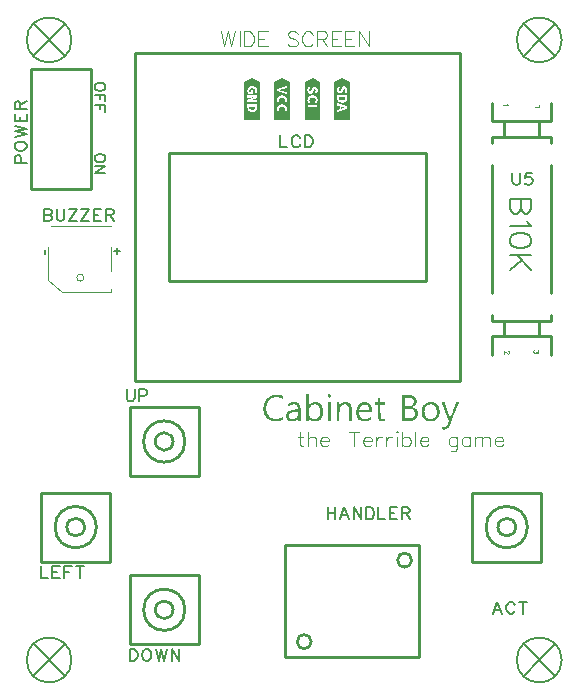
<source format=gto>
G04 Layer: TopSilkscreenLayer*
G04 EasyEDA Pro v2.2.27.1, 2024-09-03 10:08:37*
G04 Gerber Generator version 0.3*
G04 Scale: 100 percent, Rotated: No, Reflected: No*
G04 Dimensions in millimeters*
G04 Leading zeros omitted, absolute positions, 3 integers and 5 decimals*
%FSLAX35Y35*%
%MOMM*%
%ADD10C,0.1524*%
%ADD11C,0.15999*%
%ADD12C,0.2032*%
%ADD13C,0.1*%
%ADD14C,0.15011*%
%ADD15C,0.2570*%
%ADD16C,0.254*%
G75*


G04 Image Start*
G36*
G01X2948259Y4922605D02*
G01X2814655Y4922605D01*
G01X2814655Y5009092D01*
G01X2840055Y5009092D01*
G01X2840055Y4989280D01*
G01X2922859Y5015188D01*
G01X2922859Y5037540D01*
G01X2840055Y5063448D01*
G01X2840055Y5044398D01*
G01X2859867Y5039064D01*
G01X2859867Y5014172D01*
G01X2859867Y5014172D01*
G01X2840055Y5009092D01*
G01X2814655Y5009092D01*
G01X2814655Y5131774D01*
G01X2840055Y5131774D01*
G01X2840055Y5107898D01*
G01X2840690Y5099578D01*
G01X2842595Y5091896D01*
G01X2844025Y5088466D01*
G01X2845771Y5085291D01*
G01X2847835Y5082370D01*
G01X2850215Y5079704D01*
G01X2852946Y5077307D01*
G01X2856057Y5075195D01*
G01X2859550Y5073369D01*
G01X2863423Y5071830D01*
G01X2867535Y5070608D01*
G01X2871996Y5069734D01*
G01X2871996Y5069734D01*
G01X2881965Y5069036D01*
G01X2891744Y5069734D01*
G01X2896157Y5070608D01*
G01X2900253Y5071830D01*
G01X2904000Y5073385D01*
G01X2907365Y5075258D01*
G01X2910350Y5077449D01*
G01X2912953Y5079958D01*
G01X2915334Y5082656D01*
G01X2917398Y5085672D01*
G01X2919144Y5089006D01*
G01X2920573Y5092658D01*
G01X2922288Y5100278D01*
G01X2922859Y5108914D01*
G01X2922859Y5131774D01*
G01X2840055Y5131774D01*
G01X2814655Y5131774D01*
G01X2814655Y5179018D01*
G01X2838531Y5179018D01*
G01X2839040Y5171779D01*
G01X2840563Y5165302D01*
G01X2842976Y5159714D01*
G01X2846151Y5155142D01*
G01X2849961Y5151713D01*
G01X2854279Y5149046D01*
G01X2859042Y5147522D01*
G01X2859042Y5147522D01*
G01X2864185Y5147014D01*
G01X2868313Y5147299D01*
G01X2872059Y5148157D01*
G01X2875425Y5149585D01*
G01X2878409Y5151586D01*
G01X2880918Y5154205D01*
G01X2883109Y5157238D01*
G01X2884982Y5160682D01*
G01X2886537Y5164540D01*
G01X2890855Y5174700D01*
G01X2895173Y5184606D01*
G01X2896284Y5186161D01*
G01X2897586Y5187272D01*
G01X2899079Y5187939D01*
G01X2900761Y5188162D01*
G01X2902539Y5187987D01*
G01X2904063Y5187463D01*
G01X2905333Y5186590D01*
G01X2906349Y5185368D01*
G01X2907873Y5182066D01*
G01X2908381Y5177748D01*
G01X2907937Y5172096D01*
G01X2906603Y5167334D01*
G01X2904507Y5163016D01*
G01X2901777Y5158698D01*
G01X2913461Y5149300D01*
G01X2918161Y5155269D01*
G01X2921589Y5162000D01*
G01X2923684Y5169302D01*
G01X2924383Y5176986D01*
G01X2923939Y5183335D01*
G01X2922605Y5189178D01*
G01X2920256Y5194385D01*
G01X2917271Y5198830D01*
G01X2913651Y5202259D01*
G01X2909397Y5204926D01*
G01X2904698Y5206640D01*
G01X2899745Y5207212D01*
G01X2895427Y5206831D01*
G01X2891617Y5205688D01*
G01X2888252Y5204101D01*
G01X2885267Y5201878D01*
G01X2882664Y5199210D01*
G01X2880441Y5196290D01*
G01X2877139Y5189686D01*
G01X2872567Y5178764D01*
G01X2870281Y5173430D01*
G01X2867995Y5169620D01*
G01X2866852Y5168032D01*
G01X2865455Y5166826D01*
G01X2863932Y5166254D01*
G01X2861899Y5166064D01*
G01X2860343Y5166238D01*
G01X2858978Y5166762D01*
G01X2857804Y5167636D01*
G01X2856819Y5168858D01*
G01X2855931Y5170461D01*
G01X2855296Y5172477D01*
G01X2854787Y5177748D01*
G01X2855359Y5183716D01*
G01X2857073Y5189432D01*
G01X2859931Y5194766D01*
G01X2863423Y5199592D01*
G01X2850469Y5210514D01*
G01X2845326Y5203338D01*
G01X2843278Y5199512D01*
G01X2841579Y5195528D01*
G01X2839293Y5187336D01*
G01X2838722Y5183193D01*
G01X2838531Y5179018D01*
G01X2814655Y5179018D01*
G01X2814655Y5243915D01*
G01X2881457Y5277316D01*
G01X2948259Y5243915D01*
G01X2948259Y4922605D01*
G37*
G36*
G01X2895173Y5023316D02*
G01X2881965Y5020014D01*
G01X2874345Y5017982D01*
G01X2874345Y5035508D01*
G01X2881965Y5033476D01*
G01X2895173Y5030174D01*
G01X2908635Y5027126D01*
G01X2908635Y5026364D01*
G01X2895173Y5023316D01*
G37*
G36*
G01X2894157Y5089864D02*
G01X2888696Y5088721D01*
G01X2881965Y5088340D01*
G01X2874980Y5088721D01*
G01X2869265Y5089864D01*
G01X2864694Y5091705D01*
G01X2861137Y5094182D01*
G01X2858343Y5097420D01*
G01X2856565Y5101040D01*
G01X2855422Y5105294D01*
G01X2855041Y5109930D01*
G01X2855041Y5112978D01*
G01X2907873Y5112978D01*
G01X2907873Y5109930D01*
G01X2907555Y5105294D01*
G01X2906603Y5101040D01*
G01X2904761Y5097420D01*
G01X2902285Y5094182D01*
G01X2898729Y5091705D01*
G01X2894157Y5089864D01*
G37*
G36*
G01X2697231Y4925627D02*
G01X2563627Y4925627D01*
G01X2563627Y5047801D01*
G01X2589027Y5047801D01*
G01X2589027Y4992429D01*
G01X2604775Y4992429D01*
G01X2604775Y5029259D01*
G01X2671831Y5029259D01*
G01X2671831Y5047801D01*
G01X2671831Y5047801D01*
G01X2589027Y5047801D01*
G01X2563627Y5047801D01*
G01X2563627Y5092505D01*
G01X2587503Y5092505D01*
G01X2587694Y5088358D01*
G01X2588265Y5084425D01*
G01X2589218Y5080706D01*
G01X2590551Y5077202D01*
G01X2592266Y5073912D01*
G01X2594361Y5070836D01*
G01X2596838Y5067975D01*
G01X2596838Y5067975D01*
G01X2599695Y5065327D01*
G01X2610871Y5075487D01*
G01X2607950Y5078726D01*
G01X2605791Y5082345D01*
G01X2604267Y5086282D01*
G01X2603759Y5090473D01*
G01X2604188Y5094966D01*
G01X2605474Y5099046D01*
G01X2607617Y5102713D01*
G01X2610617Y5105967D01*
G01X2614539Y5108412D01*
G01X2619190Y5110158D01*
G01X2624571Y5111206D01*
G01X2630683Y5111555D01*
G01X2636525Y5111237D01*
G01X2641859Y5110285D01*
G01X2646368Y5108443D01*
G01X2650241Y5105967D01*
G01X2653162Y5102983D01*
G01X2655321Y5099617D01*
G01X2656845Y5095617D01*
G01X2657353Y5091235D01*
G01X2656909Y5087108D01*
G01X2655575Y5083361D01*
G01X2653733Y5079996D01*
G01X2651257Y5077011D01*
G01X2662941Y5066597D01*
G01X2666624Y5071423D01*
G01X2670053Y5077265D01*
G01X2671498Y5080520D01*
G01X2672530Y5083933D01*
G01X2673149Y5087505D01*
G01X2673355Y5091235D01*
G01X2672656Y5099363D01*
G01X2670561Y5106983D01*
G01X2668878Y5110428D01*
G01X2666878Y5113651D01*
G01X2664561Y5116651D01*
G01X2661925Y5119429D01*
G01X2658972Y5121953D01*
G01X2655701Y5124192D01*
G01X2652114Y5126144D01*
G01X2648209Y5127811D01*
G01X2644113Y5129145D01*
G01X2639699Y5130097D01*
G01X2634969Y5130669D01*
G01X2629921Y5130859D01*
G01X2624873Y5130669D01*
G01X2620143Y5130097D01*
G01X2615729Y5129145D01*
G01X2611633Y5127811D01*
G01X2604331Y5124064D01*
G01X2598171Y5119429D01*
G01X2595679Y5116667D01*
G01X2593536Y5113714D01*
G01X2591742Y5110571D01*
G01X2590297Y5107237D01*
G01X2588202Y5100125D01*
G01X2587503Y5092505D01*
G01X2563627Y5092505D01*
G01X2563627Y5176071D01*
G01X2587503Y5176071D01*
G01X2588011Y5168832D01*
G01X2589535Y5162355D01*
G01X2591948Y5156767D01*
G01X2595123Y5152195D01*
G01X2598933Y5148766D01*
G01X2603251Y5146099D01*
G01X2603251Y5146099D01*
G01X2608014Y5144575D01*
G01X2613157Y5144067D01*
G01X2617285Y5144353D01*
G01X2621031Y5145210D01*
G01X2624396Y5146639D01*
G01X2627381Y5148639D01*
G01X2629889Y5151259D01*
G01X2632080Y5154291D01*
G01X2633954Y5157736D01*
G01X2635509Y5161593D01*
G01X2639827Y5171753D01*
G01X2644145Y5181659D01*
G01X2645256Y5183215D01*
G01X2646558Y5184326D01*
G01X2648051Y5184993D01*
G01X2649733Y5185215D01*
G01X2651511Y5185040D01*
G01X2653035Y5184516D01*
G01X2654305Y5183643D01*
G01X2655321Y5182421D01*
G01X2656845Y5179120D01*
G01X2657353Y5174801D01*
G01X2656909Y5169149D01*
G01X2655575Y5164387D01*
G01X2653479Y5160069D01*
G01X2650749Y5155751D01*
G01X2662433Y5146353D01*
G01X2667132Y5152322D01*
G01X2670561Y5159053D01*
G01X2672656Y5166356D01*
G01X2673355Y5174039D01*
G01X2672911Y5180389D01*
G01X2671577Y5186231D01*
G01X2669228Y5191438D01*
G01X2666243Y5195883D01*
G01X2662623Y5199312D01*
G01X2658369Y5201979D01*
G01X2653670Y5203694D01*
G01X2648717Y5204265D01*
G01X2644399Y5203884D01*
G01X2640589Y5202741D01*
G01X2637224Y5201154D01*
G01X2634239Y5198931D01*
G01X2631636Y5196264D01*
G01X2629413Y5193343D01*
G01X2626111Y5186739D01*
G01X2621539Y5175817D01*
G01X2619253Y5170483D01*
G01X2616967Y5166673D01*
G01X2615824Y5165086D01*
G01X2614427Y5163879D01*
G01X2612903Y5163308D01*
G01X2610871Y5163117D01*
G01X2609315Y5163292D01*
G01X2607950Y5163816D01*
G01X2606776Y5164689D01*
G01X2605791Y5165911D01*
G01X2604902Y5167514D01*
G01X2604267Y5169530D01*
G01X2603759Y5174801D01*
G01X2604331Y5180770D01*
G01X2606045Y5186485D01*
G01X2608903Y5191819D01*
G01X2612395Y5196645D01*
G01X2599441Y5207567D01*
G01X2594298Y5200391D01*
G01X2592250Y5196565D01*
G01X2590551Y5192581D01*
G01X2588265Y5184390D01*
G01X2587694Y5180246D01*
G01X2587503Y5176071D01*
G01X2563627Y5176071D01*
G01X2563627Y5240968D01*
G01X2630429Y5274369D01*
G01X2697231Y5240968D01*
G01X2697231Y4925627D01*
G37*
G36*
G01X2439370Y4921716D02*
G01X2305766Y4921716D01*
G01X2305766Y5015696D01*
G01X2329642Y5015696D01*
G01X2329833Y5011548D01*
G01X2330404Y5007615D01*
G01X2331357Y5003896D01*
G01X2332690Y5000392D01*
G01X2334405Y4997102D01*
G01X2336500Y4994026D01*
G01X2338977Y4991165D01*
G01X2338977Y4991165D01*
G01X2341834Y4988518D01*
G01X2353010Y4998678D01*
G01X2350089Y5002044D01*
G01X2347930Y5005536D01*
G01X2346407Y5009473D01*
G01X2345898Y5013664D01*
G01X2346327Y5018157D01*
G01X2347613Y5022236D01*
G01X2349756Y5025903D01*
G01X2352756Y5029158D01*
G01X2356678Y5031603D01*
G01X2361329Y5033349D01*
G01X2366711Y5034396D01*
G01X2372822Y5034746D01*
G01X2378665Y5034428D01*
G01X2383998Y5033476D01*
G01X2388507Y5031634D01*
G01X2392380Y5029158D01*
G01X2395301Y5026173D01*
G01X2397460Y5022808D01*
G01X2398984Y5018807D01*
G01X2399492Y5014426D01*
G01X2399048Y5010298D01*
G01X2397714Y5006552D01*
G01X2395872Y5003186D01*
G01X2393396Y5000202D01*
G01X2405080Y4989788D01*
G01X2408763Y4994613D01*
G01X2412192Y5000456D01*
G01X2413637Y5003710D01*
G01X2414669Y5007123D01*
G01X2415288Y5010695D01*
G01X2415494Y5014426D01*
G01X2414795Y5022554D01*
G01X2412700Y5030174D01*
G01X2411018Y5033619D01*
G01X2409018Y5036841D01*
G01X2406700Y5039842D01*
G01X2404064Y5042620D01*
G01X2401111Y5045144D01*
G01X2397841Y5047382D01*
G01X2394253Y5049335D01*
G01X2390348Y5051002D01*
G01X2386252Y5052335D01*
G01X2381839Y5053288D01*
G01X2377108Y5053859D01*
G01X2372060Y5054050D01*
G01X2367013Y5053859D01*
G01X2362282Y5053288D01*
G01X2357869Y5052335D01*
G01X2353772Y5051002D01*
G01X2349978Y5049335D01*
G01X2346470Y5047382D01*
G01X2343247Y5045144D01*
G01X2340310Y5042620D01*
G01X2337818Y5039857D01*
G01X2335675Y5036905D01*
G01X2333881Y5033761D01*
G01X2332436Y5030428D01*
G01X2330341Y5023316D01*
G01X2329642Y5015696D01*
G01X2305766Y5015696D01*
G01X2305766Y5091896D01*
G01X2329642Y5091896D01*
G01X2329833Y5087748D01*
G01X2330404Y5083815D01*
G01X2331357Y5080096D01*
G01X2332690Y5076592D01*
G01X2334405Y5073302D01*
G01X2336500Y5070226D01*
G01X2338977Y5067365D01*
G01X2338977Y5067365D01*
G01X2341834Y5064718D01*
G01X2353010Y5074878D01*
G01X2350089Y5078116D01*
G01X2347930Y5081736D01*
G01X2346407Y5085673D01*
G01X2345898Y5089864D01*
G01X2346327Y5094357D01*
G01X2347613Y5098436D01*
G01X2349756Y5102103D01*
G01X2352756Y5105358D01*
G01X2356678Y5107803D01*
G01X2361329Y5109549D01*
G01X2366711Y5110596D01*
G01X2372822Y5110946D01*
G01X2378665Y5110628D01*
G01X2383998Y5109676D01*
G01X2388507Y5107834D01*
G01X2392380Y5105358D01*
G01X2395301Y5102373D01*
G01X2397460Y5099008D01*
G01X2398984Y5095007D01*
G01X2399492Y5090626D01*
G01X2399048Y5086498D01*
G01X2397714Y5082752D01*
G01X2395872Y5079386D01*
G01X2393396Y5076402D01*
G01X2405080Y5065988D01*
G01X2408763Y5070813D01*
G01X2412192Y5076656D01*
G01X2413637Y5079910D01*
G01X2414669Y5083323D01*
G01X2415288Y5086895D01*
G01X2415494Y5090626D01*
G01X2414795Y5098754D01*
G01X2412700Y5106374D01*
G01X2411018Y5109819D01*
G01X2409018Y5113041D01*
G01X2406700Y5116042D01*
G01X2404064Y5118820D01*
G01X2401111Y5121344D01*
G01X2397841Y5123582D01*
G01X2394253Y5125535D01*
G01X2390348Y5127202D01*
G01X2386252Y5128535D01*
G01X2381839Y5129488D01*
G01X2377108Y5130059D01*
G01X2372060Y5130250D01*
G01X2367013Y5130059D01*
G01X2362282Y5129488D01*
G01X2357869Y5128535D01*
G01X2353772Y5127202D01*
G01X2346470Y5123454D01*
G01X2340310Y5118820D01*
G01X2337818Y5116057D01*
G01X2335675Y5113105D01*
G01X2333881Y5109961D01*
G01X2332436Y5106628D01*
G01X2330341Y5099516D01*
G01X2329642Y5091896D01*
G01X2305766Y5091896D01*
G01X2305766Y5163778D01*
G01X2331166Y5163778D01*
G01X2413970Y5138886D01*
G01X2413970Y5157936D01*
G01X2375362Y5167842D01*
G01X2348946Y5174446D01*
G01X2348946Y5174954D01*
G01X2375362Y5181558D01*
G01X2413970Y5191718D01*
G01X2413970Y5211530D01*
G01X2331166Y5186384D01*
G01X2331166Y5163778D01*
G01X2331166Y5163778D01*
G01X2305766Y5163778D01*
G01X2305766Y5244804D01*
G01X2372568Y5278205D01*
G01X2439370Y5244804D01*
G01X2439370Y4921716D01*
G37*
G36*
G01X2187580Y4923976D02*
G01X2053976Y4923976D01*
G01X2053976Y5053516D01*
G01X2079376Y5053516D01*
G01X2079376Y5029640D01*
G01X2080011Y5021321D01*
G01X2081916Y5013638D01*
G01X2083345Y5010209D01*
G01X2085092Y5007034D01*
G01X2087155Y5004113D01*
G01X2089536Y5001446D01*
G01X2092266Y4999049D01*
G01X2095378Y4996938D01*
G01X2098871Y4995112D01*
G01X2102744Y4993572D01*
G01X2106856Y4992350D01*
G01X2106856Y4992350D01*
G01X2111317Y4991477D01*
G01X2121286Y4990778D01*
G01X2131064Y4991477D01*
G01X2135478Y4992350D01*
G01X2139574Y4993572D01*
G01X2143321Y4995128D01*
G01X2146686Y4997001D01*
G01X2149670Y4999192D01*
G01X2152274Y5001700D01*
G01X2154655Y5004399D01*
G01X2156718Y5007415D01*
G01X2158465Y5010749D01*
G01X2159894Y5014400D01*
G01X2161609Y5022020D01*
G01X2162180Y5030656D01*
G01X2162180Y5053516D01*
G01X2079376Y5053516D01*
G01X2053976Y5053516D01*
G01X2053976Y5070788D01*
G01X2079376Y5070788D01*
G01X2162180Y5070788D01*
G01X2162180Y5088822D01*
G01X2132716Y5088822D01*
G01X2125224Y5088568D01*
G01X2117476Y5087806D01*
G01X2102744Y5086028D01*
G01X2102744Y5086536D01*
G01X2121032Y5093648D01*
G01X2162180Y5111174D01*
G01X2162180Y5130224D01*
G01X2079376Y5130224D01*
G01X2079376Y5112190D01*
G01X2108840Y5112190D01*
G01X2116332Y5112444D01*
G01X2124080Y5113206D01*
G01X2138558Y5114984D01*
G01X2138558Y5114476D01*
G01X2120778Y5107364D01*
G01X2079376Y5089838D01*
G01X2079376Y5070788D01*
G01X2079376Y5070788D01*
G01X2053976Y5070788D01*
G01X2053976Y5171118D01*
G01X2077852Y5171118D01*
G01X2078043Y5167244D01*
G01X2078614Y5163498D01*
G01X2079567Y5159879D01*
G01X2080900Y5156386D01*
G01X2084202Y5150227D01*
G01X2088012Y5145464D01*
G01X2088012Y5145464D01*
G01X2125858Y5145464D01*
G01X2125858Y5174166D01*
G01X2110872Y5174166D01*
G01X2110872Y5161974D01*
G01X2096648Y5161974D01*
G01X2094616Y5165530D01*
G01X2094108Y5170102D01*
G01X2094537Y5174849D01*
G01X2095823Y5178929D01*
G01X2097966Y5182342D01*
G01X2100966Y5185088D01*
G01X2104888Y5187200D01*
G01X2109539Y5188708D01*
G01X2114920Y5189613D01*
G01X2121032Y5189914D01*
G01X2126874Y5189533D01*
G01X2132208Y5188390D01*
G01X2136717Y5186739D01*
G01X2140590Y5184326D01*
G01X2143511Y5181722D01*
G01X2145670Y5178484D01*
G01X2147194Y5174928D01*
G01X2147702Y5170864D01*
G01X2147258Y5166482D01*
G01X2145924Y5162990D01*
G01X2144082Y5159879D01*
G01X2141606Y5157148D01*
G01X2153290Y5146734D01*
G01X2156973Y5151243D01*
G01X2160402Y5156640D01*
G01X2161847Y5159720D01*
G01X2162879Y5163117D01*
G01X2163498Y5166832D01*
G01X2163704Y5170864D01*
G01X2163005Y5178674D01*
G01X2160910Y5185850D01*
G01X2159227Y5189280D01*
G01X2157227Y5192455D01*
G01X2154910Y5195376D01*
G01X2152274Y5198042D01*
G01X2149432Y5200455D01*
G01X2146241Y5202614D01*
G01X2138812Y5206170D01*
G01X2134605Y5207504D01*
G01X2130113Y5208456D01*
G01X2125334Y5209028D01*
G01X2120270Y5209218D01*
G01X2115222Y5209028D01*
G01X2110492Y5208456D01*
G01X2106078Y5207504D01*
G01X2101982Y5206170D01*
G01X2094680Y5202805D01*
G01X2091457Y5200693D01*
G01X2088520Y5198296D01*
G01X2086028Y5195630D01*
G01X2083885Y5192709D01*
G01X2082091Y5189534D01*
G01X2080646Y5186104D01*
G01X2078551Y5178928D01*
G01X2077852Y5171118D01*
G01X2053976Y5171118D01*
G01X2053976Y5242619D01*
G01X2120778Y5276020D01*
G01X2187580Y5242619D01*
G01X2187580Y4923976D01*
G37*
G36*
G01X2128016Y5010463D02*
G01X2121286Y5010082D01*
G01X2114301Y5010463D01*
G01X2108586Y5011606D01*
G01X2104014Y5013448D01*
G01X2100458Y5015924D01*
G01X2097663Y5019163D01*
G01X2095886Y5022782D01*
G01X2094743Y5027037D01*
G01X2094362Y5031672D01*
G01X2094362Y5034720D01*
G01X2147194Y5034720D01*
G01X2147194Y5031672D01*
G01X2146876Y5027037D01*
G01X2145924Y5022782D01*
G01X2144082Y5019163D01*
G01X2141606Y5015924D01*
G01X2138050Y5013448D01*
G01X2133478Y5011606D01*
G01X2128016Y5010463D01*
G37*
G04 Image End*

G04 Text Start*
G36*
G01X3752171Y2301386D02*
G01X3743397Y2300924D01*
G01X3735084Y2301386D01*
G01X3731851Y2302309D01*
G01X3729542Y2302771D01*
G01X3729542Y2324014D01*
G01X3732313Y2323091D01*
G01X3738317Y2321706D01*
G01X3745706Y2321706D01*
G01X3752633Y2323091D01*
G01X3756789Y2324938D01*
G01X3760484Y2327247D01*
G01X3763717Y2330018D01*
G01X3765564Y2332327D01*
G01X3767873Y2335560D01*
G01X3770182Y2339254D01*
G01X3772029Y2342949D01*
G01X3775724Y2352186D01*
G01X3779418Y2360498D01*
G01X3781266Y2365116D01*
G01X3783113Y2369273D01*
G01X3784498Y2372967D01*
G01X3784037Y2376662D01*
G01X3778495Y2390516D01*
G01X3776648Y2395596D01*
G01X3771106Y2409451D01*
G01X3769258Y2414531D01*
G01X3761869Y2433004D01*
G01X3760022Y2438084D01*
G01X3754480Y2451938D01*
G01X3752633Y2457018D01*
G01X3745244Y2475491D01*
G01X3743397Y2480571D01*
G01X3739702Y2489807D01*
G01X3737855Y2494887D01*
G01X3732313Y2508742D01*
G01X3729542Y2516131D01*
G01X3725848Y2525367D01*
G01X3724462Y2529062D01*
G01X3724000Y2530909D01*
G01X3735546Y2530909D01*
G01X3748477Y2530447D01*
G01X3750786Y2528138D01*
G01X3753557Y2520749D01*
G01X3756328Y2512436D01*
G01X3758175Y2507818D01*
G01X3761869Y2496734D01*
G01X3763717Y2492116D01*
G01X3766488Y2483804D01*
G01X3769258Y2476414D01*
G01X3772029Y2468102D01*
G01X3774800Y2460713D01*
G01X3777571Y2452400D01*
G01X3780342Y2445011D01*
G01X3783113Y2436698D01*
G01X3784960Y2432080D01*
G01X3788655Y2420996D01*
G01X3790502Y2416378D01*
G01X3793273Y2408066D01*
G01X3794658Y2403447D01*
G01X3796044Y2399291D01*
G01X3796968Y2398598D01*
G01X3797891Y2399291D01*
G01X3799277Y2403447D01*
G01X3800662Y2408066D01*
G01X3802048Y2412222D01*
G01X3810360Y2434389D01*
G01X3811746Y2438546D01*
G01X3813593Y2443164D01*
G01X3817288Y2453324D01*
G01X3819135Y2457942D01*
G01X3820520Y2462098D01*
G01X3831604Y2491654D01*
G01X3832989Y2495811D01*
G01X3835760Y2503200D01*
G01X3837608Y2507818D01*
G01X3844997Y2528138D01*
G01X3845920Y2530909D01*
G01X3869935Y2530909D01*
G01X3869011Y2528600D01*
G01X3867164Y2524444D01*
G01X3861622Y2510589D01*
G01X3859775Y2505509D01*
G01X3832066Y2436236D01*
G01X3830218Y2431156D01*
G01X3800662Y2357266D01*
G01X3798815Y2352186D01*
G01X3796968Y2347567D01*
G01X3795120Y2343873D01*
G01X3792349Y2337407D01*
G01X3790502Y2334174D01*
G01X3788193Y2330018D01*
G01X3785422Y2325862D01*
G01X3783113Y2322629D01*
G01X3779418Y2318011D01*
G01X3772491Y2311084D01*
G01X3768797Y2308313D01*
G01X3764178Y2305542D01*
G01X3760022Y2303694D01*
G01X3755866Y2302309D01*
G01X3752171Y2301386D01*
G37*
G36*
G01X2335313Y2371582D02*
G01X2318226Y2371120D01*
G01X2300677Y2371582D01*
G01X2296520Y2372506D01*
G01X2292826Y2373429D01*
G01X2288208Y2374353D01*
G01X2283128Y2375738D01*
G01X2278971Y2377124D01*
G01X2275277Y2378509D01*
G01X2266964Y2382204D01*
G01X2263731Y2384051D01*
G01X2260037Y2386360D01*
G01X2256804Y2388207D01*
G01X2249877Y2393749D01*
G01X2239717Y2403909D01*
G01X2236022Y2408527D01*
G01X2232789Y2413146D01*
G01X2230480Y2416378D01*
G01X2228633Y2419611D01*
G01X2224938Y2427000D01*
G01X2223091Y2431156D01*
G01X2221244Y2435774D01*
G01X2218011Y2445473D01*
G01X2216164Y2454709D01*
G01X2215240Y2461174D01*
G01X2214778Y2466716D01*
G01X2214317Y2475029D01*
G01X2214317Y2480571D01*
G01X2214778Y2486113D01*
G01X2215240Y2494426D01*
G01X2216164Y2501814D01*
G01X2217088Y2506433D01*
G01X2218011Y2511513D01*
G01X2219397Y2517054D01*
G01X2222168Y2525367D01*
G01X2224015Y2529986D01*
G01X2225862Y2534142D01*
G01X2230018Y2542454D01*
G01X2234637Y2549844D01*
G01X2239255Y2556309D01*
G01X2247568Y2566007D01*
G01X2249877Y2568316D01*
G01X2259113Y2575706D01*
G01X2262346Y2578476D01*
G01X2266964Y2581247D01*
G01X2270197Y2583556D01*
G01X2272968Y2584942D01*
G01X2276200Y2586327D01*
G01X2279895Y2588174D01*
G01X2284513Y2590022D01*
G01X2289593Y2591869D01*
G01X2293749Y2593254D01*
G01X2302986Y2595102D01*
G01X2309451Y2596026D01*
G01X2325153Y2596487D01*
G01X2340855Y2596026D01*
G01X2348244Y2595102D01*
G01X2353786Y2594178D01*
G01X2361175Y2592793D01*
G01X2365793Y2591407D01*
G01X2369949Y2590022D01*
G01X2375029Y2588174D01*
G01X2377338Y2587251D01*
G01X2377338Y2574782D01*
G01X2376992Y2565546D01*
G01X2375953Y2562774D01*
G01X2369488Y2566007D01*
G01X2364869Y2567854D01*
G01X2359328Y2569702D01*
G01X2353324Y2571549D01*
G01X2347320Y2572934D01*
G01X2342702Y2573858D01*
G01X2330695Y2574782D01*
G01X2325153Y2575244D01*
G01X2319611Y2574782D01*
G01X2310375Y2573858D01*
G01X2304833Y2572934D01*
G01X2298829Y2571549D01*
G01X2290517Y2568778D01*
G01X2286360Y2566931D01*
G01X2282666Y2565084D01*
G01X2278971Y2562774D01*
G01X2274815Y2560004D01*
G01X2271582Y2557694D01*
G01X2260037Y2546149D01*
G01X2257266Y2542454D01*
G01X2252648Y2535527D01*
G01X2250800Y2532294D01*
G01X2248953Y2528600D01*
G01X2246182Y2522134D01*
G01X2244797Y2517978D01*
G01X2243411Y2513360D01*
G01X2242026Y2508280D01*
G01X2241102Y2503662D01*
G01X2240178Y2497196D01*
G01X2239717Y2482880D01*
G01X2240178Y2468564D01*
G01X2241102Y2461174D01*
G01X2242026Y2456556D01*
G01X2243411Y2450091D01*
G01X2245258Y2444087D01*
G01X2247106Y2439469D01*
G01X2248953Y2435313D01*
G01X2251262Y2430694D01*
G01X2254033Y2426538D01*
G01X2255880Y2423306D01*
G01X2257728Y2420996D01*
G01X2263269Y2414531D01*
G01X2265578Y2412222D01*
G01X2270197Y2408527D01*
G01X2273429Y2405756D01*
G01X2277586Y2402986D01*
G01X2281742Y2400676D01*
G01X2285437Y2398829D01*
G01X2289131Y2397444D01*
G01X2293288Y2396058D01*
G01X2297906Y2394673D01*
G01X2302062Y2393749D01*
G01X2308528Y2392826D01*
G01X2318226Y2392364D01*
G01X2327924Y2392826D01*
G01X2331157Y2393287D01*
G01X2337160Y2393749D01*
G01X2342702Y2394673D01*
G01X2347782Y2395596D01*
G01X2353324Y2396982D01*
G01X2361637Y2399753D01*
G01X2365793Y2401600D01*
G01X2370411Y2403447D01*
G01X2373644Y2405294D01*
G01X2375953Y2406218D01*
G01X2376992Y2403447D01*
G01X2377338Y2395134D01*
G01X2376877Y2386591D01*
G01X2375491Y2383127D01*
G01X2367178Y2379433D01*
G01X2362560Y2377586D01*
G01X2356557Y2375738D01*
G01X2351938Y2374353D01*
G01X2342702Y2372506D01*
G01X2335313Y2371582D01*
G37*
G36*
G01X3648724Y2372506D02*
G01X3642258Y2371582D01*
G01X3628866Y2371120D01*
G01X3615935Y2371582D01*
G01X3612702Y2372506D01*
G01X3609008Y2373429D01*
G01X3604851Y2374353D01*
G01X3600233Y2375738D01*
G01X3596077Y2377586D01*
G01X3592382Y2379433D01*
G01X3589149Y2381280D01*
G01X3584993Y2384051D01*
G01X3580375Y2387746D01*
G01X3576680Y2390516D01*
G01X3574371Y2392826D01*
G01X3570677Y2397444D01*
G01X3566058Y2403909D01*
G01X3564211Y2406680D01*
G01X3562364Y2410374D01*
G01X3560517Y2414531D01*
G01X3557746Y2422844D01*
G01X3556360Y2427462D01*
G01X3555437Y2431618D01*
G01X3554513Y2439931D01*
G01X3554051Y2449167D01*
G01X3554305Y2454247D01*
G01X3578066Y2454247D01*
G01X3578528Y2441778D01*
G01X3579451Y2436236D01*
G01X3579913Y2433004D01*
G01X3580837Y2429309D01*
G01X3582222Y2425153D01*
G01X3583608Y2421458D01*
G01X3585455Y2417764D01*
G01X3587764Y2413607D01*
G01X3590073Y2409913D01*
G01X3592382Y2407142D01*
G01X3597924Y2401600D01*
G01X3601618Y2398829D01*
G01X3604389Y2396982D01*
G01X3608084Y2395134D01*
G01X3612702Y2393287D01*
G01X3616397Y2391902D01*
G01X3621015Y2391440D01*
G01X3621015Y2391440D01*
G01X3624709Y2390978D01*
G01X3629328Y2390516D01*
G01X3636717Y2390978D01*
G01X3643182Y2391902D01*
G01X3649186Y2393287D01*
G01X3654266Y2395134D01*
G01X3658884Y2397444D01*
G01X3662117Y2399753D01*
G01X3664426Y2401600D01*
G01X3670429Y2407604D01*
G01X3672738Y2410836D01*
G01X3675048Y2414531D01*
G01X3676895Y2417764D01*
G01X3678280Y2421458D01*
G01X3679666Y2425614D01*
G01X3681051Y2431156D01*
G01X3681975Y2436236D01*
G01X3682437Y2450091D01*
G01X3681975Y2464869D01*
G01X3681051Y2470411D01*
G01X3679666Y2476876D01*
G01X3677818Y2482880D01*
G01X3675971Y2487036D01*
G01X3674124Y2490731D01*
G01X3671353Y2495349D01*
G01X3668582Y2499044D01*
G01X3663964Y2503662D01*
G01X3661193Y2505971D01*
G01X3657498Y2508280D01*
G01X3653804Y2510127D01*
G01X3650571Y2511513D01*
G01X3645953Y2512898D01*
G01X3641335Y2513822D01*
G01X3632098Y2514284D01*
G01X3622862Y2513822D01*
G01X3618244Y2512898D01*
G01X3612702Y2511513D01*
G01X3608084Y2509666D01*
G01X3601618Y2506433D01*
G01X3597000Y2502738D01*
G01X3595153Y2500891D01*
G01X3593306Y2498582D01*
G01X3590997Y2496273D01*
G01X3588688Y2493040D01*
G01X3586378Y2489346D01*
G01X3584531Y2486113D01*
G01X3583146Y2482880D01*
G01X3581760Y2479186D01*
G01X3580375Y2474567D01*
G01X3579451Y2470411D01*
G01X3578528Y2463946D01*
G01X3578066Y2454247D01*
G01X3554305Y2454247D01*
G01X3554513Y2458404D01*
G01X3555437Y2466716D01*
G01X3557284Y2475953D01*
G01X3558208Y2480109D01*
G01X3559593Y2484727D01*
G01X3561440Y2489346D01*
G01X3563288Y2493502D01*
G01X3565135Y2497196D01*
G01X3567444Y2501353D01*
G01X3569753Y2505047D01*
G01X3572062Y2507818D01*
G01X3574833Y2511051D01*
G01X3578528Y2514746D01*
G01X3584993Y2520287D01*
G01X3588226Y2522596D01*
G01X3591458Y2524444D01*
G01X3598848Y2528138D01*
G01X3603928Y2529986D01*
G01X3608084Y2531371D01*
G01X3617320Y2533218D01*
G01X3628404Y2534142D01*
G01X3631637Y2534604D01*
G01X3634869Y2534142D01*
G01X3639026Y2533680D01*
G01X3645029Y2533218D01*
G01X3650571Y2532294D01*
G01X3657960Y2530447D01*
G01X3662117Y2529062D01*
G01X3670429Y2525367D01*
G01X3673662Y2523520D01*
G01X3676433Y2521673D01*
G01X3683822Y2516131D01*
G01X3687055Y2512898D01*
G01X3690749Y2508280D01*
G01X3693982Y2503662D01*
G01X3696291Y2499967D01*
G01X3698138Y2496273D01*
G01X3699986Y2492116D01*
G01X3702757Y2483804D01*
G01X3704142Y2479186D01*
G01X3705066Y2475029D01*
G01X3705989Y2467640D01*
G01X3706451Y2456094D01*
G01X3705989Y2441778D01*
G01X3705066Y2435313D01*
G01X3704142Y2430694D01*
G01X3703218Y2427000D01*
G01X3702295Y2422844D01*
G01X3700909Y2418687D01*
G01X3697215Y2410374D01*
G01X3695368Y2407142D01*
G01X3690749Y2399753D01*
G01X3688440Y2396982D01*
G01X3686593Y2394673D01*
G01X3684284Y2392364D01*
G01X3681513Y2390054D01*
G01X3678280Y2386822D01*
G01X3674586Y2384051D01*
G01X3671353Y2381742D01*
G01X3667197Y2379433D01*
G01X3663502Y2377586D01*
G01X3659346Y2375738D01*
G01X3653342Y2373891D01*
G01X3648724Y2372506D01*
G37*
G36*
G01X2660433Y2371582D02*
G01X2648888Y2371120D01*
G01X2637804Y2371582D01*
G01X2634571Y2372506D01*
G01X2629491Y2373891D01*
G01X2625335Y2375738D01*
G01X2621640Y2377586D01*
G01X2617484Y2379894D01*
G01X2614251Y2382204D01*
G01X2606400Y2390054D01*
G01X2604091Y2393749D01*
G01X2602244Y2395596D01*
G01X2601205Y2393287D01*
G01X2600858Y2385436D01*
G01X2600858Y2374814D01*
G01X2576844Y2374814D01*
G01X2576844Y2451476D01*
G01X2600858Y2451476D01*
G01X2601320Y2431618D01*
G01X2602244Y2426538D01*
G01X2603629Y2420996D01*
G01X2605477Y2416840D01*
G01X2608709Y2410374D01*
G01X2610557Y2408066D01*
G01X2616098Y2401600D01*
G01X2618408Y2399753D01*
G01X2621640Y2397444D01*
G01X2625335Y2395134D01*
G01X2629491Y2393287D01*
G01X2633648Y2391902D01*
G01X2637804Y2391440D01*
G01X2637804Y2391440D01*
G01X2641037Y2390978D01*
G01X2645655Y2390516D01*
G01X2651197Y2390978D01*
G01X2654429Y2391440D01*
G01X2659048Y2392364D01*
G01X2664589Y2394211D01*
G01X2669669Y2396520D01*
G01X2676135Y2401138D01*
G01X2679368Y2403909D01*
G01X2683062Y2408527D01*
G01X2685371Y2411760D01*
G01X2687680Y2415916D01*
G01X2689528Y2420073D01*
G01X2691375Y2424691D01*
G01X2692760Y2428847D01*
G01X2694608Y2438084D01*
G01X2695531Y2447320D01*
G01X2695993Y2455633D01*
G01X2695531Y2463946D01*
G01X2695069Y2467178D01*
G01X2694608Y2471334D01*
G01X2693684Y2475953D01*
G01X2691837Y2483342D01*
G01X2690451Y2487036D01*
G01X2688604Y2490731D01*
G01X2686295Y2494887D01*
G01X2684448Y2498120D01*
G01X2682600Y2500429D01*
G01X2677982Y2505047D01*
G01X2674749Y2507356D01*
G01X2671055Y2509666D01*
G01X2667360Y2511513D01*
G01X2663204Y2512898D01*
G01X2659509Y2513822D01*
G01X2651658Y2514284D01*
G01X2642884Y2513822D01*
G01X2638266Y2512898D01*
G01X2634571Y2511974D01*
G01X2631338Y2511051D01*
G01X2628106Y2509666D01*
G01X2624411Y2507356D01*
G01X2621178Y2505047D01*
G01X2618869Y2503662D01*
G01X2616098Y2500891D01*
G01X2610557Y2494426D01*
G01X2608248Y2490731D01*
G01X2606400Y2487498D01*
G01X2604553Y2483342D01*
G01X2603168Y2479647D01*
G01X2601320Y2471334D01*
G01X2600858Y2451476D01*
G01X2576844Y2451476D01*
G01X2576844Y2605724D01*
G01X2600858Y2605724D01*
G01X2600858Y2556309D01*
G01X2601320Y2505509D01*
G01X2602013Y2504816D01*
G01X2603168Y2505509D01*
G01X2605015Y2508280D01*
G01X2610557Y2515207D01*
G01X2615175Y2519826D01*
G01X2618869Y2522596D01*
G01X2623488Y2525829D01*
G01X2627182Y2528138D01*
G01X2630415Y2529524D01*
G01X2634109Y2530909D01*
G01X2638728Y2532294D01*
G01X2642884Y2533218D01*
G01X2646578Y2533680D01*
G01X2652120Y2534142D01*
G01X2656738Y2534142D01*
G01X2665975Y2533218D01*
G01X2671055Y2532294D01*
G01X2676597Y2530909D01*
G01X2680291Y2529524D01*
G01X2684448Y2527676D01*
G01X2688142Y2525367D01*
G01X2690913Y2523982D01*
G01X2693222Y2522134D01*
G01X2698764Y2517516D01*
G01X2700611Y2515207D01*
G01X2703382Y2511974D01*
G01X2706153Y2508280D01*
G01X2708000Y2505509D01*
G01X2709848Y2502276D01*
G01X2711695Y2498582D01*
G01X2713542Y2493964D01*
G01X2716775Y2484266D01*
G01X2718622Y2475029D01*
G01X2719546Y2465793D01*
G01X2720008Y2458404D01*
G01X2719546Y2451014D01*
G01X2718622Y2440854D01*
G01X2717698Y2435313D01*
G01X2716313Y2427924D01*
G01X2714928Y2423306D01*
G01X2714004Y2419611D01*
G01X2712618Y2415916D01*
G01X2708924Y2407604D01*
G01X2707077Y2404371D01*
G01X2704768Y2400676D01*
G01X2702458Y2397444D01*
G01X2698764Y2392826D01*
G01X2690913Y2384974D01*
G01X2687218Y2382204D01*
G01X2684909Y2380356D01*
G01X2681677Y2378509D01*
G01X2677982Y2376662D01*
G01X2674288Y2375276D01*
G01X2670131Y2373891D01*
G01X2665051Y2372506D01*
G01X2660433Y2371582D01*
G37*
G36*
G01X2467393Y2371582D02*
G01X2455848Y2371120D01*
G01X2444764Y2371582D01*
G01X2442455Y2372506D01*
G01X2438298Y2373429D01*
G01X2434142Y2374814D01*
G01X2426753Y2378509D01*
G01X2423982Y2380356D01*
G01X2419364Y2384051D01*
G01X2417055Y2386360D01*
G01X2414284Y2390054D01*
G01X2411513Y2394673D01*
G01X2409666Y2398829D01*
G01X2408280Y2403909D01*
G01X2407357Y2408527D01*
G01X2406895Y2413146D01*
G01X2407291Y2418687D01*
G01X2431833Y2418687D01*
G01X2432757Y2408989D01*
G01X2434604Y2404833D01*
G01X2436913Y2401138D01*
G01X2439684Y2397906D01*
G01X2442917Y2395596D01*
G01X2447073Y2393287D01*
G01X2450768Y2391902D01*
G01X2455848Y2391440D01*
G01X2461389Y2390978D01*
G01X2461389Y2390978D01*
G01X2464622Y2390978D01*
G01X2468317Y2391440D01*
G01X2473858Y2392364D01*
G01X2479400Y2394211D01*
G01X2484018Y2396520D01*
G01X2487251Y2398829D01*
G01X2489560Y2400214D01*
G01X2492793Y2402986D01*
G01X2495564Y2406680D01*
G01X2497411Y2408989D01*
G01X2499258Y2411760D01*
G01X2501106Y2414993D01*
G01X2502491Y2418687D01*
G01X2503877Y2422844D01*
G01X2504800Y2426538D01*
G01X2505262Y2429771D01*
G01X2505724Y2442240D01*
G01X2505724Y2453324D01*
G01X2503415Y2453324D01*
G01X2492331Y2451938D01*
G01X2485866Y2451014D01*
G01X2478477Y2450091D01*
G01X2462313Y2447782D01*
G01X2457233Y2446858D01*
G01X2452615Y2445473D01*
G01X2448458Y2444087D01*
G01X2444302Y2442240D01*
G01X2440608Y2439931D01*
G01X2436451Y2436236D01*
G01X2433680Y2431156D01*
G01X2432295Y2427000D01*
G01X2431833Y2418687D01*
G01X2407291Y2418687D01*
G01X2407357Y2419611D01*
G01X2408280Y2426076D01*
G01X2409666Y2432080D01*
G01X2411513Y2437160D01*
G01X2413822Y2441778D01*
G01X2418440Y2448244D01*
G01X2421211Y2451014D01*
G01X2423520Y2452862D01*
G01X2426753Y2455633D01*
G01X2430448Y2457942D01*
G01X2434142Y2459789D01*
G01X2438760Y2461636D01*
G01X2444302Y2463484D01*
G01X2448920Y2464869D01*
G01X2459080Y2466716D01*
G01X2497873Y2472258D01*
G01X2502491Y2472720D01*
G01X2504916Y2473182D01*
G01X2505724Y2474567D01*
G01X2505262Y2480571D01*
G01X2504338Y2486113D01*
G01X2503877Y2489346D01*
G01X2502953Y2493040D01*
G01X2501568Y2496734D01*
G01X2499720Y2500429D01*
G01X2497873Y2503662D01*
G01X2496026Y2505509D01*
G01X2493717Y2507356D01*
G01X2490946Y2509666D01*
G01X2487713Y2511513D01*
G01X2483095Y2512898D01*
G01X2478477Y2513822D01*
G01X2472473Y2514284D01*
G01X2466469Y2513822D01*
G01X2460004Y2512898D01*
G01X2455386Y2511974D01*
G01X2450306Y2510589D01*
G01X2446149Y2509204D01*
G01X2442455Y2507818D01*
G01X2438760Y2505971D01*
G01X2434604Y2503662D01*
G01X2430448Y2500891D01*
G01X2427215Y2498582D01*
G01X2424444Y2496734D01*
G01X2422597Y2495811D01*
G01X2422597Y2507818D01*
G01X2423058Y2517054D01*
G01X2424444Y2520749D01*
G01X2427215Y2522596D01*
G01X2430909Y2524444D01*
G01X2439222Y2528138D01*
G01X2448920Y2531371D01*
G01X2458157Y2533218D01*
G01X2469240Y2534142D01*
G01X2473397Y2534604D01*
G01X2477553Y2534142D01*
G01X2481248Y2533680D01*
G01X2486789Y2533218D01*
G01X2491408Y2532294D01*
G01X2495564Y2531371D01*
G01X2499720Y2529986D01*
G01X2509880Y2524906D01*
G01X2512189Y2523058D01*
G01X2517731Y2517516D01*
G01X2520964Y2512898D01*
G01X2523273Y2509204D01*
G01X2524658Y2505509D01*
G01X2526044Y2501353D01*
G01X2527429Y2496734D01*
G01X2528353Y2492578D01*
G01X2529277Y2482418D01*
G01X2529738Y2427924D01*
G01X2529738Y2374814D01*
G01X2505724Y2374814D01*
G01X2505724Y2386822D01*
G01X2505493Y2395712D01*
G01X2504800Y2398367D01*
G01X2502953Y2396982D01*
G01X2501106Y2393749D01*
G01X2498797Y2390516D01*
G01X2496949Y2388207D01*
G01X2494178Y2385436D01*
G01X2487713Y2379894D01*
G01X2484018Y2377586D01*
G01X2480324Y2375738D01*
G01X2476168Y2373891D01*
G01X2471549Y2372506D01*
G01X2467393Y2371582D01*
G37*
G36*
G01X3087153Y2371582D02*
G01X3072375Y2371120D01*
G01X3058520Y2371582D01*
G01X3054364Y2372506D01*
G01X3048822Y2373891D01*
G01X3044666Y2375276D01*
G01X3040971Y2376662D01*
G01X3037277Y2378509D01*
G01X3033120Y2380818D01*
G01X3029888Y2382666D01*
G01X3027578Y2384513D01*
G01X3018342Y2393749D01*
G01X3016495Y2396058D01*
G01X3012800Y2401600D01*
G01X3010953Y2404833D01*
G01X3009106Y2408527D01*
G01X3007258Y2412684D01*
G01X3004026Y2422382D01*
G01X3002178Y2432542D01*
G01X3001255Y2440854D01*
G01X3000793Y2450091D01*
G01X3001255Y2459327D01*
G01X3001717Y2462560D01*
G01X3002178Y2466716D01*
G01X3003194Y2471796D01*
G01X3026193Y2471796D01*
G01X3026193Y2467640D01*
G01X3069142Y2467178D01*
G01X3111629Y2467178D01*
G01X3111629Y2470873D01*
G01X3111168Y2475953D01*
G01X3109320Y2485189D01*
G01X3107935Y2489346D01*
G01X3106088Y2493964D01*
G01X3104240Y2497196D01*
G01X3099622Y2503662D01*
G01X3097313Y2505971D01*
G01X3095004Y2507818D01*
G01X3091771Y2509666D01*
G01X3087615Y2511513D01*
G01X3082997Y2512898D01*
G01X3078840Y2513822D01*
G01X3073760Y2514284D01*
G01X3068680Y2513822D01*
G01X3062215Y2512898D01*
G01X3058520Y2511974D01*
G01X3054826Y2510589D01*
G01X3051131Y2508742D01*
G01X3047898Y2506894D01*
G01X3040971Y2501353D01*
G01X3036353Y2495811D01*
G01X3034044Y2492578D01*
G01X3032197Y2489346D01*
G01X3030349Y2485651D01*
G01X3028502Y2480571D01*
G01X3027117Y2476876D01*
G01X3026193Y2471796D01*
G01X3026193Y2471796D01*
G01X3003194Y2471796D01*
G01X3004026Y2475953D01*
G01X3005411Y2481494D01*
G01X3007258Y2486574D01*
G01X3008644Y2490269D01*
G01X3010491Y2493964D01*
G01X3015109Y2502276D01*
G01X3017418Y2505509D01*
G01X3021113Y2510127D01*
G01X3023422Y2512436D01*
G01X3025269Y2514746D01*
G01X3027578Y2517054D01*
G01X3030349Y2519364D01*
G01X3033582Y2522134D01*
G01X3036815Y2524444D01*
G01X3040048Y2526291D01*
G01X3043742Y2528138D01*
G01X3046975Y2529524D01*
G01X3050669Y2530909D01*
G01X3055288Y2532294D01*
G01X3059444Y2533218D01*
G01X3063138Y2533680D01*
G01X3068680Y2534142D01*
G01X3073298Y2534142D01*
G01X3083458Y2533218D01*
G01X3088538Y2532294D01*
G01X3094080Y2530909D01*
G01X3098698Y2529062D01*
G01X3102855Y2527214D01*
G01X3106088Y2525367D01*
G01X3111629Y2521673D01*
G01X3114400Y2519364D01*
G01X3119018Y2514746D01*
G01X3120866Y2512436D01*
G01X3123175Y2509204D01*
G01X3125484Y2505509D01*
G01X3129178Y2498120D01*
G01X3130564Y2494426D01*
G01X3131949Y2490269D01*
G01X3133335Y2485651D01*
G01X3134258Y2481494D01*
G01X3135182Y2475029D01*
G01X3135644Y2460251D01*
G01X3135644Y2446858D01*
G01X3080226Y2446858D01*
G01X3038778Y2446627D01*
G01X3025269Y2445934D01*
G01X3025731Y2441778D01*
G01X3026193Y2436236D01*
G01X3028040Y2427000D01*
G01X3029426Y2422382D01*
G01X3031273Y2417764D01*
G01X3033582Y2413146D01*
G01X3036815Y2408527D01*
G01X3039586Y2404833D01*
G01X3041895Y2402524D01*
G01X3044204Y2400676D01*
G01X3049746Y2396982D01*
G01X3052517Y2395596D01*
G01X3055749Y2394211D01*
G01X3059444Y2392826D01*
G01X3063138Y2391902D01*
G01X3070528Y2390978D01*
G01X3075146Y2390516D01*
G01X3089000Y2391902D01*
G01X3093618Y2392826D01*
G01X3098698Y2394211D01*
G01X3102855Y2395596D01*
G01X3106549Y2396982D01*
G01X3113938Y2400676D01*
G01X3117171Y2402524D01*
G01X3119942Y2404371D01*
G01X3123175Y2406680D01*
G01X3125484Y2408066D01*
G01X3125484Y2397444D01*
G01X3125138Y2389131D01*
G01X3124098Y2385436D01*
G01X3120866Y2383127D01*
G01X3117633Y2381280D01*
G01X3112091Y2378509D01*
G01X3107935Y2376662D01*
G01X3101931Y2374814D01*
G01X3097313Y2373429D01*
G01X3087153Y2371582D01*
G37*
G36*
G01X3232164Y2371582D02*
G01X3222928Y2371120D01*
G01X3212306Y2372044D01*
G01X3208149Y2373429D01*
G01X3204917Y2374353D01*
G01X3201684Y2375738D01*
G01X3198451Y2377586D01*
G01X3195680Y2379894D01*
G01X3191062Y2384513D01*
G01X3189215Y2387284D01*
G01X3187368Y2390978D01*
G01X3185520Y2395134D01*
G01X3184135Y2400214D01*
G01X3183211Y2404833D01*
G01X3182749Y2458404D01*
G01X3182749Y2510589D01*
G01X3155964Y2510589D01*
G01X3155964Y2530909D01*
G01X3182749Y2530909D01*
G01X3182749Y2547996D01*
G01X3183211Y2567393D01*
G01X3184135Y2569240D01*
G01X3185982Y2570164D01*
G01X3190138Y2571549D01*
G01X3199375Y2574320D01*
G01X3203531Y2575706D01*
G01X3205840Y2576167D01*
G01X3205840Y2530909D01*
G01X3245557Y2530909D01*
G01X3245557Y2510589D01*
G01X3205840Y2510589D01*
G01X3205840Y2463484D01*
G01X3206302Y2414993D01*
G01X3207226Y2408527D01*
G01X3208149Y2404833D01*
G01X3209535Y2401138D01*
G01X3210920Y2398367D01*
G01X3212768Y2396058D01*
G01X3216462Y2393749D01*
G01X3220157Y2391902D01*
G01X3227546Y2390978D01*
G01X3230778Y2390978D01*
G01X3235858Y2391902D01*
G01X3240477Y2393287D01*
G01X3243709Y2394673D01*
G01X3245557Y2395134D01*
G01X3245557Y2385898D01*
G01X3245210Y2378740D01*
G01X3244171Y2375738D01*
G01X3240938Y2373891D01*
G01X3236320Y2372506D01*
G01X3232164Y2371582D01*
G37*
G36*
G01X3427513Y2374814D02*
G01X3390568Y2374814D01*
G01X3390568Y2437622D01*
G01X3413658Y2437622D01*
G01X3414120Y2397444D01*
G01X3437211Y2396982D01*
G01X3463073Y2397906D01*
G01X3468615Y2399291D01*
G01X3472771Y2400676D01*
G01X3476928Y2402524D01*
G01X3481084Y2404833D01*
G01X3485240Y2407604D01*
G01X3489397Y2411298D01*
G01X3492629Y2415916D01*
G01X3494938Y2420073D01*
G01X3496324Y2423767D01*
G01X3497248Y2427000D01*
G01X3497709Y2435774D01*
G01X3497248Y2444549D01*
G01X3496324Y2448706D01*
G01X3494938Y2453324D01*
G01X3493553Y2457018D01*
G01X3491706Y2459789D01*
G01X3488011Y2464407D01*
G01X3485702Y2466254D01*
G01X3482469Y2468564D01*
G01X3478775Y2470873D01*
G01X3475080Y2472258D01*
G01X3470924Y2473644D01*
G01X3465844Y2475029D01*
G01X3461226Y2475953D01*
G01X3448295Y2476876D01*
G01X3430284Y2477338D01*
G01X3413658Y2477338D01*
G01X3413658Y2437622D01*
G01X3413658Y2437622D01*
G01X3390568Y2437622D01*
G01X3390568Y2535066D01*
G01X3413658Y2535066D01*
G01X3414120Y2499044D01*
G01X3426589Y2498582D01*
G01X3439982Y2499044D01*
G01X3451066Y2499967D01*
G01X3456146Y2500891D01*
G01X3461688Y2502276D01*
G01X3465382Y2503662D01*
G01X3469077Y2505509D01*
G01X3473233Y2508280D01*
G01X3476466Y2511051D01*
G01X3478775Y2513360D01*
G01X3481084Y2516131D01*
G01X3482931Y2519364D01*
G01X3484778Y2523520D01*
G01X3486164Y2527676D01*
G01X3486626Y2536913D01*
G01X3485702Y2547534D01*
G01X3484317Y2551691D01*
G01X3482931Y2554924D01*
G01X3481084Y2557694D01*
G01X3479237Y2560004D01*
G01X3476928Y2562313D01*
G01X3473695Y2564622D01*
G01X3470000Y2566469D01*
G01X3466768Y2567854D01*
G01X3462149Y2569240D01*
G01X3457531Y2570164D01*
G01X3434902Y2570626D01*
G01X3413658Y2570626D01*
G01X3413658Y2535066D01*
G01X3413658Y2535066D01*
G01X3390568Y2535066D01*
G01X3390568Y2593716D01*
G01X3421048Y2593716D01*
G01X3452913Y2593254D01*
G01X3456608Y2592793D01*
G01X3463073Y2592331D01*
G01X3468615Y2591407D01*
G01X3472771Y2590484D01*
G01X3477389Y2589098D01*
G01X3481084Y2587713D01*
G01X3485240Y2585866D01*
G01X3488935Y2583556D01*
G01X3491706Y2582171D01*
G01X3494015Y2580324D01*
G01X3499557Y2575706D01*
G01X3505098Y2568778D01*
G01X3506946Y2565546D01*
G01X3508793Y2561389D01*
G01X3510178Y2557233D01*
G01X3511102Y2553538D01*
G01X3511564Y2545687D01*
G01X3511102Y2535066D01*
G01X3509717Y2528138D01*
G01X3507869Y2522596D01*
G01X3505560Y2517516D01*
G01X3503251Y2513822D01*
G01X3501866Y2511051D01*
G01X3500018Y2508742D01*
G01X3493091Y2501814D01*
G01X3489858Y2499044D01*
G01X3485240Y2496273D01*
G01X3481084Y2493964D01*
G01X3477389Y2492578D01*
G01X3475080Y2491193D01*
G01X3475542Y2490384D01*
G01X3477851Y2489807D01*
G01X3484317Y2488422D01*
G01X3489858Y2486574D01*
G01X3494477Y2484727D01*
G01X3498633Y2482418D01*
G01X3501866Y2480571D01*
G01X3504175Y2478724D01*
G01X3511102Y2471796D01*
G01X3513873Y2468564D01*
G01X3516182Y2464869D01*
G01X3518029Y2461174D01*
G01X3519877Y2457018D01*
G01X3521262Y2452400D01*
G01X3522186Y2448244D01*
G01X3522648Y2439469D01*
G01X3522186Y2428847D01*
G01X3521262Y2423306D01*
G01X3520338Y2419611D01*
G01X3519415Y2416378D01*
G01X3518029Y2413146D01*
G01X3512949Y2402986D01*
G01X3511102Y2400676D01*
G01X3508793Y2398367D01*
G01X3506484Y2395596D01*
G01X3503713Y2393287D01*
G01X3501404Y2390978D01*
G01X3498171Y2388207D01*
G01X3494938Y2385898D01*
G01X3491706Y2384051D01*
G01X3484317Y2380356D01*
G01X3479237Y2378509D01*
G01X3475080Y2377124D01*
G01X3465844Y2375276D01*
G01X3427513Y2374814D01*
G37*
G36*
G01X2963848Y2374814D02*
G01X2939833Y2374814D01*
G01X2939833Y2424229D01*
G01X2939371Y2475953D01*
G01X2938448Y2481494D01*
G01X2937524Y2486113D01*
G01X2936600Y2489807D01*
G01X2935215Y2493502D01*
G01X2933368Y2497196D01*
G01X2931520Y2500429D01*
G01X2929673Y2503200D01*
G01X2926440Y2506894D01*
G01X2922284Y2509666D01*
G01X2919051Y2511513D01*
G01X2915357Y2512898D01*
G01X2911662Y2513822D01*
G01X2903349Y2514284D01*
G01X2893189Y2513360D01*
G01X2887186Y2511513D01*
G01X2882106Y2509204D01*
G01X2875640Y2504586D01*
G01X2871484Y2500891D01*
G01X2868713Y2497196D01*
G01X2866866Y2494887D01*
G01X2865018Y2491654D01*
G01X2863171Y2487498D01*
G01X2861324Y2482418D01*
G01X2859938Y2477800D01*
G01X2859015Y2471334D01*
G01X2858553Y2422382D01*
G01X2858553Y2374814D01*
G01X2835462Y2374814D01*
G01X2835462Y2530909D01*
G01X2858553Y2530909D01*
G01X2858553Y2518440D01*
G01X2859477Y2505509D01*
G01X2860516Y2505740D01*
G01X2861786Y2507356D01*
G01X2864095Y2510589D01*
G01X2865942Y2513360D01*
G01X2868251Y2516131D01*
G01X2873793Y2521673D01*
G01X2878411Y2524906D01*
G01X2882106Y2527214D01*
G01X2885800Y2529062D01*
G01X2889957Y2530909D01*
G01X2894113Y2532294D01*
G01X2897808Y2533218D01*
G01X2901040Y2533680D01*
G01X2907044Y2534142D01*
G01X2912586Y2534142D01*
G01X2920898Y2533218D01*
G01X2925517Y2532294D01*
G01X2930597Y2530909D01*
G01X2934753Y2529062D01*
G01X2939371Y2526753D01*
G01X2942604Y2524444D01*
G01X2944913Y2522596D01*
G01X2949531Y2517978D01*
G01X2952302Y2514746D01*
G01X2954611Y2511051D01*
G01X2957382Y2505509D01*
G01X2958768Y2501814D01*
G01X2960153Y2497658D01*
G01X2961538Y2492578D01*
G01X2962462Y2487960D01*
G01X2963386Y2479647D01*
G01X2963848Y2426538D01*
G01X2963848Y2374814D01*
G37*
G36*
G01X2783738Y2374814D02*
G01X2760648Y2374814D01*
G01X2760648Y2530909D01*
G01X2783738Y2530909D01*
G01X2783738Y2374814D01*
G37*
G36*
G01X2778197Y2572473D02*
G01X2772655Y2571549D01*
G01X2767113Y2572473D01*
G01X2763418Y2574782D01*
G01X2760648Y2577091D01*
G01X2758800Y2579862D01*
G01X2757415Y2583094D01*
G01X2756953Y2586327D01*
G01X2757877Y2590946D01*
G01X2760186Y2596026D01*
G01X2762957Y2599258D01*
G01X2765728Y2601106D01*
G01X2770346Y2602491D01*
G01X2776349Y2602029D01*
G01X2781429Y2599720D01*
G01X2784662Y2596949D01*
G01X2786509Y2594178D01*
G01X2787895Y2590022D01*
G01X2787433Y2584018D01*
G01X2785586Y2579400D01*
G01X2783738Y2576629D01*
G01X2781429Y2574320D01*
G01X2778197Y2572473D01*
G37*
G54D10*
G01X357620Y4166732D02*
G01X357620Y4066148D01*
G01X357620Y4166732D02*
G01X400800Y4166732D01*
G01X415024Y4161906D01*
G01X419850Y4157080D01*
G01X424676Y4147682D01*
G01X424676Y4138030D01*
G01X419850Y4128378D01*
G01X415024Y4123552D01*
G01X400800Y4118980D01*
G01X357620Y4118980D02*
G01X400800Y4118980D01*
G01X415024Y4114154D01*
G01X419850Y4109328D01*
G01X424676Y4099676D01*
G01X424676Y4085198D01*
G01X419850Y4075800D01*
G01X415024Y4070974D01*
G01X400800Y4066148D01*
G01X357620Y4066148D01*
G01X463030Y4166732D02*
G01X463030Y4094850D01*
G01X467602Y4080626D01*
G01X477254Y4070974D01*
G01X491732Y4066148D01*
G01X501130Y4066148D01*
G01X515608Y4070974D01*
G01X525260Y4080626D01*
G01X530086Y4094850D01*
G01X530086Y4166732D01*
G01X635496Y4166732D02*
G01X568440Y4066148D01*
G01X568440Y4166732D02*
G01X635496Y4166732D01*
G01X568440Y4066148D02*
G01X635496Y4066148D01*
G01X740906Y4166732D02*
G01X673850Y4066148D01*
G01X673850Y4166732D02*
G01X740906Y4166732D01*
G01X673850Y4066148D02*
G01X740906Y4066148D01*
G01X779260Y4166732D02*
G01X779260Y4066148D01*
G01X779260Y4166732D02*
G01X841490Y4166732D01*
G01X779260Y4118980D02*
G01X817360Y4118980D01*
G01X779260Y4066148D02*
G01X841490Y4066148D01*
G01X879844Y4166732D02*
G01X879844Y4066148D01*
G01X879844Y4166732D02*
G01X922770Y4166732D01*
G01X937248Y4161906D01*
G01X942074Y4157080D01*
G01X946900Y4147682D01*
G01X946900Y4138030D01*
G01X942074Y4128378D01*
G01X937248Y4123552D01*
G01X922770Y4118980D01*
G01X879844Y4118980D01*
G01X913372Y4118980D02*
G01X946900Y4066148D01*
G01X332620Y1141732D02*
G01X332620Y1041148D01*
G01X332620Y1041148D02*
G01X390024Y1041148D01*
G01X428378Y1141732D02*
G01X428378Y1041148D01*
G01X428378Y1141732D02*
G01X490608Y1141732D01*
G01X428378Y1093980D02*
G01X466478Y1093980D01*
G01X428378Y1041148D02*
G01X490608Y1041148D01*
G01X528962Y1141732D02*
G01X528962Y1041148D01*
G01X528962Y1141732D02*
G01X591192Y1141732D01*
G01X528962Y1093980D02*
G01X567062Y1093980D01*
G01X663074Y1141732D02*
G01X663074Y1041148D01*
G01X629546Y1141732D02*
G01X696602Y1141732D01*
G01X1057620Y2641732D02*
G01X1057620Y2569850D01*
G01X1062446Y2555626D01*
G01X1072098Y2545974D01*
G01X1086322Y2541148D01*
G01X1095974Y2541148D01*
G01X1110198Y2545974D01*
G01X1119850Y2555626D01*
G01X1124676Y2569850D01*
G01X1124676Y2641732D01*
G01X1163030Y2641732D02*
G01X1163030Y2541148D01*
G01X1163030Y2641732D02*
G01X1205956Y2641732D01*
G01X1220434Y2636906D01*
G01X1225260Y2632080D01*
G01X1230086Y2622682D01*
G01X1230086Y2608204D01*
G01X1225260Y2598552D01*
G01X1220434Y2593980D01*
G01X1205956Y2589154D01*
G01X1163030Y2589154D01*
G01X2357620Y4791732D02*
G01X2357620Y4691148D01*
G01X2357620Y4691148D02*
G01X2415024Y4691148D01*
G01X2525006Y4767856D02*
G01X2520434Y4777508D01*
G01X2510782Y4786906D01*
G01X2501130Y4791732D01*
G01X2482080Y4791732D01*
G01X2472428Y4786906D01*
G01X2462776Y4777508D01*
G01X2457950Y4767856D01*
G01X2453378Y4753378D01*
G01X2453378Y4729502D01*
G01X2457950Y4715024D01*
G01X2462776Y4705626D01*
G01X2472428Y4695974D01*
G01X2482080Y4691148D01*
G01X2501130Y4691148D01*
G01X2510782Y4695974D01*
G01X2520434Y4705626D01*
G01X2525006Y4715024D01*
G01X2563360Y4791732D02*
G01X2563360Y4691148D01*
G01X2563360Y4791732D02*
G01X2596888Y4791732D01*
G01X2611112Y4786906D01*
G01X2620764Y4777508D01*
G01X2625590Y4767856D01*
G01X2630416Y4753378D01*
G01X2630416Y4729502D01*
G01X2625590Y4715024D01*
G01X2620764Y4705626D01*
G01X2611112Y4695974D01*
G01X2596888Y4691148D01*
G01X2563360Y4691148D01*
G01X4195974Y841732D02*
G01X4157620Y741148D01*
G01X4195974Y841732D02*
G01X4234328Y741148D01*
G01X4172098Y774676D02*
G01X4219850Y774676D01*
G01X4344310Y817856D02*
G01X4339738Y827508D01*
G01X4330086Y836906D01*
G01X4320434Y841732D01*
G01X4301384Y841732D01*
G01X4291732Y836906D01*
G01X4282080Y827508D01*
G01X4277254Y817856D01*
G01X4272682Y803378D01*
G01X4272682Y779502D01*
G01X4277254Y765024D01*
G01X4282080Y755626D01*
G01X4291732Y745974D01*
G01X4301384Y741148D01*
G01X4320434Y741148D01*
G01X4330086Y745974D01*
G01X4339738Y755626D01*
G01X4344310Y765024D01*
G01X4416192Y841732D02*
G01X4416192Y741148D01*
G01X4382664Y841732D02*
G01X4449720Y841732D01*
G01X2757620Y1641732D02*
G01X2757620Y1541148D01*
G01X2824676Y1641732D02*
G01X2824676Y1541148D01*
G01X2757620Y1593980D02*
G01X2824676Y1593980D01*
G01X2901130Y1641732D02*
G01X2863030Y1541148D01*
G01X2901130Y1641732D02*
G01X2939484Y1541148D01*
G01X2877254Y1574676D02*
G01X2925260Y1574676D01*
G01X2977838Y1641732D02*
G01X2977838Y1541148D01*
G01X2977838Y1641732D02*
G01X3044894Y1541148D01*
G01X3044894Y1641732D02*
G01X3044894Y1541148D01*
G01X3083248Y1641732D02*
G01X3083248Y1541148D01*
G01X3083248Y1641732D02*
G01X3116776Y1641732D01*
G01X3131000Y1636906D01*
G01X3140652Y1627508D01*
G01X3145478Y1617856D01*
G01X3150304Y1603378D01*
G01X3150304Y1579502D01*
G01X3145478Y1565024D01*
G01X3140652Y1555626D01*
G01X3131000Y1545974D01*
G01X3116776Y1541148D01*
G01X3083248Y1541148D01*
G01X3188658Y1641732D02*
G01X3188658Y1541148D01*
G01X3188658Y1541148D02*
G01X3246062Y1541148D01*
G01X3284416Y1641732D02*
G01X3284416Y1541148D01*
G01X3284416Y1641732D02*
G01X3346646Y1641732D01*
G01X3284416Y1593980D02*
G01X3322516Y1593980D01*
G01X3284416Y1541148D02*
G01X3346646Y1541148D01*
G01X3385000Y1641732D02*
G01X3385000Y1541148D01*
G01X3385000Y1641732D02*
G01X3427926Y1641732D01*
G01X3442404Y1636906D01*
G01X3447230Y1632080D01*
G01X3452056Y1622682D01*
G01X3452056Y1613030D01*
G01X3447230Y1603378D01*
G01X3442404Y1598552D01*
G01X3427926Y1593980D01*
G01X3385000Y1593980D01*
G01X3418528Y1593980D02*
G01X3452056Y1541148D01*
G54D11*
G01X875001Y4605482D02*
G01X870937Y4613864D01*
G01X862809Y4621992D01*
G01X854427Y4626056D01*
G01X842235Y4630374D01*
G01X821661Y4630374D01*
G01X809469Y4626056D01*
G01X801087Y4621992D01*
G01X792959Y4613864D01*
G01X788895Y4605482D01*
G01X788895Y4589226D01*
G01X792959Y4580844D01*
G01X801087Y4572716D01*
G01X809469Y4568652D01*
G01X821661Y4564588D01*
G01X842235Y4564588D01*
G01X854427Y4568652D01*
G01X862809Y4572716D01*
G01X870937Y4580844D01*
G01X875001Y4589226D01*
G01X875001Y4605482D01*
G01X875001Y4528774D02*
G01X788895Y4528774D01*
G01X875001Y4528774D02*
G01X788895Y4471370D01*
G01X875001Y4471370D02*
G01X788895Y4471370D01*
G01X875001Y5212029D02*
G01X870937Y5220411D01*
G01X862809Y5228539D01*
G01X854427Y5232603D01*
G01X842235Y5236921D01*
G01X821661Y5236921D01*
G01X809469Y5232603D01*
G01X801087Y5228539D01*
G01X792959Y5220411D01*
G01X788895Y5212029D01*
G01X788895Y5195773D01*
G01X792959Y5187391D01*
G01X801087Y5179263D01*
G01X809469Y5175199D01*
G01X821661Y5171135D01*
G01X842235Y5171135D01*
G01X854427Y5175199D01*
G01X862809Y5179263D01*
G01X870937Y5187391D01*
G01X875001Y5195773D01*
G01X875001Y5212029D01*
G01X875001Y5135321D02*
G01X788895Y5135321D01*
G01X875001Y5135321D02*
G01X875001Y5081981D01*
G01X834107Y5135321D02*
G01X834107Y5102555D01*
G01X875001Y5046167D02*
G01X788895Y5046167D01*
G01X875001Y5046167D02*
G01X875001Y4992827D01*
G01X834107Y5046167D02*
G01X834107Y5013401D01*
G54D12*
G01X4483951Y4252244D02*
G01X4300817Y4252244D01*
G01X4483951Y4252244D02*
G01X4483951Y4173758D01*
G01X4475315Y4147596D01*
G01X4466425Y4138706D01*
G01X4449153Y4130070D01*
G01X4431627Y4130070D01*
G01X4414101Y4138706D01*
G01X4405465Y4147596D01*
G01X4396829Y4173758D01*
G01X4396829Y4252244D02*
G01X4396829Y4173758D01*
G01X4387939Y4147596D01*
G01X4379303Y4138706D01*
G01X4361777Y4130070D01*
G01X4335615Y4130070D01*
G01X4318089Y4138706D01*
G01X4309453Y4147596D01*
G01X4300817Y4173758D01*
G01X4300817Y4252244D01*
G01X4449153Y4067840D02*
G01X4457789Y4050314D01*
G01X4483951Y4024152D01*
G01X4300817Y4024152D01*
G01X4483951Y3909598D02*
G01X4475315Y3935760D01*
G01X4449153Y3953286D01*
G01X4405465Y3961922D01*
G01X4379303Y3961922D01*
G01X4335615Y3953286D01*
G01X4309453Y3935760D01*
G01X4300817Y3909598D01*
G01X4300817Y3892072D01*
G01X4309453Y3865910D01*
G01X4335615Y3848384D01*
G01X4379303Y3839748D01*
G01X4405465Y3839748D01*
G01X4449153Y3848384D01*
G01X4475315Y3865910D01*
G01X4483951Y3892072D01*
G01X4483951Y3909598D01*
G01X4483951Y3777518D02*
G01X4300817Y3777518D01*
G01X4483951Y3655344D02*
G01X4361777Y3777518D01*
G01X4405465Y3733830D02*
G01X4300817Y3655344D01*
G54D13*
G01X4544021Y5044905D02*
G01X4545799Y5041095D01*
G01X4551641Y5035253D01*
G01X4510747Y5035253D01*
G01X4273969Y5054888D02*
G01X4275747Y5051078D01*
G01X4281589Y5045236D01*
G01X4240695Y5045236D01*
G01X4286948Y2968074D02*
G01X4288980Y2968074D01*
G01X4292790Y2966042D01*
G01X4294822Y2964010D01*
G01X4296600Y2960200D01*
G01X4296600Y2952326D01*
G01X4294822Y2948516D01*
G01X4292790Y2946484D01*
G01X4288980Y2944452D01*
G01X4284916Y2944452D01*
G01X4281106Y2946484D01*
G01X4275264Y2950294D01*
G01X4255706Y2969852D01*
G01X4255706Y2942420D01*
G01X4541634Y2971122D02*
G01X4541634Y2949532D01*
G01X4526140Y2961216D01*
G01X4526140Y2955374D01*
G01X4524108Y2951564D01*
G01X4522076Y2949532D01*
G01X4516234Y2947500D01*
G01X4512424Y2947500D01*
G01X4506582Y2949532D01*
G01X4502518Y2953596D01*
G01X4500740Y2959438D01*
G01X4500740Y2965280D01*
G01X4502518Y2971122D01*
G01X4504550Y2973154D01*
G01X4508360Y2974932D01*
G54D10*
G01X4322582Y4474176D02*
G01X4322582Y4402294D01*
G01X4327408Y4388070D01*
G01X4337060Y4378418D01*
G01X4351284Y4373592D01*
G01X4360936Y4373592D01*
G01X4375160Y4378418D01*
G01X4384812Y4388070D01*
G01X4389638Y4402294D01*
G01X4389638Y4474176D01*
G01X4485396Y4474176D02*
G01X4437390Y4474176D01*
G01X4432564Y4430996D01*
G01X4437390Y4435822D01*
G01X4451868Y4440648D01*
G01X4466092Y4440648D01*
G01X4480570Y4435822D01*
G01X4490222Y4426424D01*
G01X4495048Y4411946D01*
G01X4495048Y4402294D01*
G01X4490222Y4388070D01*
G01X4480570Y4378418D01*
G01X4466092Y4373592D01*
G01X4451868Y4373592D01*
G01X4437390Y4378418D01*
G01X4432564Y4383244D01*
G01X4427992Y4392642D01*
G01X1082620Y441732D02*
G01X1082620Y341148D01*
G01X1082620Y441732D02*
G01X1116148Y441732D01*
G01X1130626Y436906D01*
G01X1140024Y427508D01*
G01X1144850Y417856D01*
G01X1149676Y403378D01*
G01X1149676Y379502D01*
G01X1144850Y365024D01*
G01X1140024Y355626D01*
G01X1130626Y345974D01*
G01X1116148Y341148D01*
G01X1082620Y341148D01*
G01X1216732Y441732D02*
G01X1207080Y436906D01*
G01X1197428Y427508D01*
G01X1192602Y417856D01*
G01X1188030Y403378D01*
G01X1188030Y379502D01*
G01X1192602Y365024D01*
G01X1197428Y355626D01*
G01X1207080Y345974D01*
G01X1216732Y341148D01*
G01X1235782Y341148D01*
G01X1245434Y345974D01*
G01X1255086Y355626D01*
G01X1259658Y365024D01*
G01X1264484Y379502D01*
G01X1264484Y403378D01*
G01X1259658Y417856D01*
G01X1255086Y427508D01*
G01X1245434Y436906D01*
G01X1235782Y441732D01*
G01X1216732Y441732D01*
G01X1302838Y441732D02*
G01X1326714Y341148D01*
G01X1350590Y441732D02*
G01X1326714Y341148D01*
G01X1350590Y441732D02*
G01X1374466Y341148D01*
G01X1398596Y441732D02*
G01X1374466Y341148D01*
G01X1436950Y441732D02*
G01X1436950Y341148D01*
G01X1436950Y441732D02*
G01X1504006Y341148D01*
G01X1504006Y441732D02*
G01X1504006Y341148D01*
G54D13*
G01X2522860Y2282914D02*
G01X2522860Y2182076D01*
G01X2528702Y2164296D01*
G01X2540640Y2158200D01*
G01X2552578Y2158200D01*
G01X2505080Y2241512D02*
G01X2546482Y2241512D01*
G01X2591186Y2282914D02*
G01X2591186Y2158200D01*
G01X2591186Y2217636D02*
G01X2608966Y2235416D01*
G01X2620650Y2241512D01*
G01X2638684Y2241512D01*
G01X2650368Y2235416D01*
G01X2656464Y2217636D01*
G01X2656464Y2158200D01*
G01X2695072Y2205698D02*
G01X2766192Y2205698D01*
G01X2766192Y2217636D01*
G01X2760350Y2229574D01*
G01X2754254Y2235416D01*
G01X2742570Y2241512D01*
G01X2724536Y2241512D01*
G01X2712852Y2235416D01*
G01X2700914Y2223478D01*
G01X2695072Y2205698D01*
G01X2695072Y2194014D01*
G01X2700914Y2175980D01*
G01X2712852Y2164296D01*
G01X2724536Y2158200D01*
G01X2742570Y2158200D01*
G01X2754254Y2164296D01*
G01X2766192Y2175980D01*
G01X2979298Y2282914D02*
G01X2979298Y2158200D01*
G01X2937642Y2282914D02*
G01X3020700Y2282914D01*
G01X3059308Y2205698D02*
G01X3130428Y2205698D01*
G01X3130428Y2217636D01*
G01X3124586Y2229574D01*
G01X3118490Y2235416D01*
G01X3106806Y2241512D01*
G01X3088772Y2241512D01*
G01X3077088Y2235416D01*
G01X3065150Y2223478D01*
G01X3059308Y2205698D01*
G01X3059308Y2194014D01*
G01X3065150Y2175980D01*
G01X3077088Y2164296D01*
G01X3088772Y2158200D01*
G01X3106806Y2158200D01*
G01X3118490Y2164296D01*
G01X3130428Y2175980D01*
G01X3169036Y2241512D02*
G01X3169036Y2158200D01*
G01X3169036Y2205698D02*
G01X3174878Y2223478D01*
G01X3186816Y2235416D01*
G01X3198500Y2241512D01*
G01X3216534Y2241512D01*
G01X3255142Y2241512D02*
G01X3255142Y2158200D01*
G01X3255142Y2205698D02*
G01X3260984Y2223478D01*
G01X3272922Y2235416D01*
G01X3284606Y2241512D01*
G01X3302640Y2241512D01*
G01X3341248Y2282914D02*
G01X3347090Y2277072D01*
G01X3352932Y2282914D01*
G01X3347090Y2289010D01*
G01X3341248Y2282914D01*
G01X3347090Y2241512D02*
G01X3347090Y2158200D01*
G01X3391540Y2282914D02*
G01X3391540Y2158200D01*
G01X3391540Y2223478D02*
G01X3403224Y2235416D01*
G01X3415162Y2241512D01*
G01X3432942Y2241512D01*
G01X3444880Y2235416D01*
G01X3456818Y2223478D01*
G01X3462660Y2205698D01*
G01X3462660Y2194014D01*
G01X3456818Y2175980D01*
G01X3444880Y2164296D01*
G01X3432942Y2158200D01*
G01X3415162Y2158200D01*
G01X3403224Y2164296D01*
G01X3391540Y2175980D01*
G01X3501268Y2282914D02*
G01X3501268Y2158200D01*
G01X3539876Y2205698D02*
G01X3610996Y2205698D01*
G01X3610996Y2217636D01*
G01X3605154Y2229574D01*
G01X3599058Y2235416D01*
G01X3587374Y2241512D01*
G01X3569340Y2241512D01*
G01X3557656Y2235416D01*
G01X3545718Y2223478D01*
G01X3539876Y2205698D01*
G01X3539876Y2194014D01*
G01X3545718Y2175980D01*
G01X3557656Y2164296D01*
G01X3569340Y2158200D01*
G01X3587374Y2158200D01*
G01X3599058Y2164296D01*
G01X3610996Y2175980D01*
G01X3853820Y2241512D02*
G01X3853820Y2146516D01*
G01X3847724Y2128482D01*
G01X3841882Y2122640D01*
G01X3829944Y2116798D01*
G01X3812164Y2116798D01*
G01X3800226Y2122640D01*
G01X3853820Y2223478D02*
G01X3841882Y2235416D01*
G01X3829944Y2241512D01*
G01X3812164Y2241512D01*
G01X3800226Y2235416D01*
G01X3788542Y2223478D01*
G01X3782446Y2205698D01*
G01X3782446Y2194014D01*
G01X3788542Y2175980D01*
G01X3800226Y2164296D01*
G01X3812164Y2158200D01*
G01X3829944Y2158200D01*
G01X3841882Y2164296D01*
G01X3853820Y2175980D01*
G01X3963548Y2241512D02*
G01X3963548Y2158200D01*
G01X3963548Y2223478D02*
G01X3951610Y2235416D01*
G01X3939926Y2241512D01*
G01X3921892Y2241512D01*
G01X3910208Y2235416D01*
G01X3898270Y2223478D01*
G01X3892428Y2205698D01*
G01X3892428Y2194014D01*
G01X3898270Y2175980D01*
G01X3910208Y2164296D01*
G01X3921892Y2158200D01*
G01X3939926Y2158200D01*
G01X3951610Y2164296D01*
G01X3963548Y2175980D01*
G01X4002156Y2241512D02*
G01X4002156Y2158200D01*
G01X4002156Y2217636D02*
G01X4019936Y2235416D01*
G01X4031620Y2241512D01*
G01X4049654Y2241512D01*
G01X4061338Y2235416D01*
G01X4067434Y2217636D01*
G01X4067434Y2158200D01*
G01X4067434Y2217636D02*
G01X4085214Y2235416D01*
G01X4097152Y2241512D01*
G01X4114932Y2241512D01*
G01X4126616Y2235416D01*
G01X4132712Y2217636D01*
G01X4132712Y2158200D01*
G01X4171320Y2205698D02*
G01X4242440Y2205698D01*
G01X4242440Y2217636D01*
G01X4236598Y2229574D01*
G01X4230502Y2235416D01*
G01X4218818Y2241512D01*
G01X4200784Y2241512D01*
G01X4189100Y2235416D01*
G01X4177162Y2223478D01*
G01X4171320Y2205698D01*
G01X4171320Y2194014D01*
G01X4177162Y2175980D01*
G01X4189100Y2164296D01*
G01X4200784Y2158200D01*
G01X4218818Y2158200D01*
G01X4230502Y2164296D01*
G01X4242440Y2175980D01*
G01X1855080Y5671196D02*
G01X1884798Y5546482D01*
G01X1914262Y5671196D02*
G01X1884798Y5546482D01*
G01X1914262Y5671196D02*
G01X1943980Y5546482D01*
G01X1973698Y5671196D02*
G01X1943980Y5546482D01*
G01X2012306Y5671196D02*
G01X2012306Y5546482D01*
G01X2050914Y5671196D02*
G01X2050914Y5546482D01*
G01X2050914Y5671196D02*
G01X2092316Y5671196D01*
G01X2110096Y5665354D01*
G01X2122034Y5653416D01*
G01X2127876Y5641478D01*
G01X2133972Y5623698D01*
G01X2133972Y5593980D01*
G01X2127876Y5576200D01*
G01X2122034Y5564262D01*
G01X2110096Y5552578D01*
G01X2092316Y5546482D01*
G01X2050914Y5546482D01*
G01X2172580Y5671196D02*
G01X2172580Y5546482D01*
G01X2172580Y5671196D02*
G01X2249542Y5671196D01*
G01X2172580Y5611760D02*
G01X2220078Y5611760D01*
G01X2172580Y5546482D02*
G01X2249542Y5546482D01*
G01X2504050Y5653416D02*
G01X2492366Y5665354D01*
G01X2474586Y5671196D01*
G01X2450710Y5671196D01*
G01X2432930Y5665354D01*
G01X2420992Y5653416D01*
G01X2420992Y5641478D01*
G01X2427088Y5629794D01*
G01X2432930Y5623698D01*
G01X2444868Y5617856D01*
G01X2480428Y5605918D01*
G01X2492366Y5600076D01*
G01X2498208Y5593980D01*
G01X2504050Y5582296D01*
G01X2504050Y5564262D01*
G01X2492366Y5552578D01*
G01X2474586Y5546482D01*
G01X2450710Y5546482D01*
G01X2432930Y5552578D01*
G01X2420992Y5564262D01*
G01X2631558Y5641478D02*
G01X2625716Y5653416D01*
G01X2613778Y5665354D01*
G01X2601840Y5671196D01*
G01X2578218Y5671196D01*
G01X2566280Y5665354D01*
G01X2554342Y5653416D01*
G01X2548500Y5641478D01*
G01X2542658Y5623698D01*
G01X2542658Y5593980D01*
G01X2548500Y5576200D01*
G01X2554342Y5564262D01*
G01X2566280Y5552578D01*
G01X2578218Y5546482D01*
G01X2601840Y5546482D01*
G01X2613778Y5552578D01*
G01X2625716Y5564262D01*
G01X2631558Y5576200D01*
G01X2670166Y5671196D02*
G01X2670166Y5546482D01*
G01X2670166Y5671196D02*
G01X2723506Y5671196D01*
G01X2741286Y5665354D01*
G01X2747128Y5659258D01*
G01X2753224Y5647574D01*
G01X2753224Y5635636D01*
G01X2747128Y5623698D01*
G01X2741286Y5617856D01*
G01X2723506Y5611760D01*
G01X2670166Y5611760D01*
G01X2711568Y5611760D02*
G01X2753224Y5546482D01*
G01X2791832Y5671196D02*
G01X2791832Y5546482D01*
G01X2791832Y5671196D02*
G01X2868794Y5671196D01*
G01X2791832Y5611760D02*
G01X2839330Y5611760D01*
G01X2791832Y5546482D02*
G01X2868794Y5546482D01*
G01X2907402Y5671196D02*
G01X2907402Y5546482D01*
G01X2907402Y5671196D02*
G01X2984364Y5671196D01*
G01X2907402Y5611760D02*
G01X2954900Y5611760D01*
G01X2907402Y5546482D02*
G01X2984364Y5546482D01*
G01X3022972Y5671196D02*
G01X3022972Y5546482D01*
G01X3022972Y5671196D02*
G01X3106030Y5546482D01*
G01X3106030Y5671196D02*
G01X3106030Y5546482D01*
G54D10*
G01X108268Y4557620D02*
G01X208852Y4557620D01*
G01X108268Y4557620D02*
G01X108268Y4600800D01*
G01X113094Y4615024D01*
G01X117920Y4619850D01*
G01X127318Y4624676D01*
G01X141796Y4624676D01*
G01X151448Y4619850D01*
G01X156020Y4615024D01*
G01X160846Y4600800D01*
G01X160846Y4557620D01*
G01X108268Y4691732D02*
G01X113094Y4682080D01*
G01X122492Y4672428D01*
G01X132144Y4667602D01*
G01X146622Y4663030D01*
G01X170498Y4663030D01*
G01X184976Y4667602D01*
G01X194374Y4672428D01*
G01X204026Y4682080D01*
G01X208852Y4691732D01*
G01X208852Y4710782D01*
G01X204026Y4720434D01*
G01X194374Y4730086D01*
G01X184976Y4734658D01*
G01X170498Y4739484D01*
G01X146622Y4739484D01*
G01X132144Y4734658D01*
G01X122492Y4730086D01*
G01X113094Y4720434D01*
G01X108268Y4710782D01*
G01X108268Y4691732D01*
G01X108268Y4777838D02*
G01X208852Y4801714D01*
G01X108268Y4825590D02*
G01X208852Y4801714D01*
G01X108268Y4825590D02*
G01X208852Y4849466D01*
G01X108268Y4873596D02*
G01X208852Y4849466D01*
G01X108268Y4911950D02*
G01X208852Y4911950D01*
G01X108268Y4911950D02*
G01X108268Y4974180D01*
G01X156020Y4911950D02*
G01X156020Y4950050D01*
G01X208852Y4911950D02*
G01X208852Y4974180D01*
G01X108268Y5012534D02*
G01X208852Y5012534D01*
G01X108268Y5012534D02*
G01X108268Y5055460D01*
G01X113094Y5069938D01*
G01X117920Y5074764D01*
G01X127318Y5079590D01*
G01X136970Y5079590D01*
G01X146622Y5074764D01*
G01X151448Y5069938D01*
G01X156020Y5055460D01*
G01X156020Y5012534D01*
G01X156020Y5046062D02*
G01X208852Y5079590D01*
G04 Text End*

G04 PolygonModel Start*
G54D13*
G01X925800Y4026600D02*
G01X419700Y4025000D01*
G01X925800Y3467800D02*
G01X506700Y3467800D01*
G01X925800Y3467800D02*
G01X925800Y3493200D01*
G54D14*
G01X949600Y3810400D02*
G01X1000400Y3810400D01*
G01X975000Y3785000D02*
G01X975000Y3835800D01*
G54D13*
G01X925800Y3645600D02*
G01X925800Y3848800D01*
G54D14*
G01X367000Y3785300D02*
G01X367000Y3823400D01*
G54D13*
G01X392400Y3848800D02*
G01X392400Y3568801D01*
G01X506700Y3467800D02*
G01X392400Y3569400D01*
G54D16*
G01X332900Y1767100D02*
G01X332900Y1182900D01*
G01X332900Y1182900D02*
G01X917100Y1182900D01*
G01X917100Y1182900D02*
G01X917100Y1767100D01*
G01X917100Y1767100D02*
G01X332900Y1767100D01*
G01X1082900Y2492100D02*
G01X1082900Y1907900D01*
G01X1082900Y1907900D02*
G01X1667100Y1907900D01*
G01X1667100Y1907900D02*
G01X1667100Y2492100D01*
G01X1667100Y2492100D02*
G01X1082900Y2492100D01*
G01X1412801Y4643200D02*
G01X1412801Y3556801D01*
G01X3587199Y4643200D02*
G01X3587199Y3556801D01*
G01X1412801Y3556801D02*
G01X3587199Y3556801D01*
G01X1412801Y4643200D02*
G01X3587199Y4643200D01*
G01X1124999Y5490000D02*
G01X3875001Y5490000D01*
G01X1124999Y5490000D02*
G01X1124999Y2710000D01*
G01X3875001Y5490000D02*
G01X3875001Y2710000D01*
G01X1124999Y2710000D02*
G01X3875001Y2710000D01*
G01X4567100Y1767100D02*
G01X3982900Y1767100D01*
G01X3982900Y1767100D02*
G01X3982900Y1182900D01*
G01X3982900Y1182900D02*
G01X4567100Y1182900D01*
G01X4567100Y1182900D02*
G01X4567100Y1767100D01*
G01X2619851Y504998D02*
G03X2500166Y505144I-59843J-89D01*
G03X2619848Y504351I59842J-235D01*
G01X3469837Y1194989D02*
G03X3350151Y1195135I-59843J-89D01*
G03X3469834Y1194342I59842J-235D01*
G01X3530009Y1324986D02*
G01X3530009Y374976D01*
G01X3530009Y374976D02*
G01X2400014Y374976D01*
G01X2400014Y374976D02*
G01X2400014Y1324986D01*
G01X2400014Y1324986D02*
G01X3530009Y1324986D01*
G01X754000Y4336004D02*
G01X246000Y4336004D01*
G01X246000Y4336004D02*
G01X246000Y5352004D01*
G01X246000Y5352004D02*
G01X754000Y5352004D01*
G01X754000Y5352004D02*
G01X754000Y4336004D01*
G01X4551432Y4909998D02*
G01X4650000Y4909998D01*
G01X4650000Y4909998D02*
G01X4650000Y5068667D01*
G01X4250000Y4909998D02*
G01X4150001Y4909998D01*
G01X4150001Y4909998D02*
G01X4150001Y5068670D01*
G01X4551432Y4779999D02*
G01X4551432Y4909998D01*
G01X4551432Y4909998D02*
G01X4250000Y4909998D01*
G01X4250000Y4909998D02*
G01X4250000Y4779999D01*
G01X4550566Y3090002D02*
G01X4650000Y3090002D01*
G01X4650000Y3090002D02*
G01X4650000Y2931328D01*
G01X4150001Y3090002D02*
G01X4150001Y2931313D01*
G01X4250000Y3090002D02*
G01X4150001Y3090002D01*
G01X4550566Y3220002D02*
G01X4550566Y3090002D01*
G01X4550566Y3090002D02*
G01X4250000Y3090002D01*
G01X4250000Y3090002D02*
G01X4250000Y3220002D01*
G01X4400000Y3220002D02*
G01X4550566Y3220002D01*
G01X4650000Y3268691D02*
G01X4650000Y3220002D01*
G01X4650000Y3220002D02*
G01X4400000Y3220002D01*
G01X4650000Y4538688D02*
G01X4650000Y3461309D01*
G01X4150001Y4731307D02*
G01X4150001Y4779999D01*
G01X4150001Y4779999D02*
G01X4650000Y4779999D01*
G01X4650000Y4779999D02*
G01X4650000Y4731307D01*
G01X4150001Y3461309D02*
G01X4150001Y4538688D01*
G01X4400000Y3220002D02*
G01X4150001Y3220002D01*
G01X4150001Y3220002D02*
G01X4150001Y3268691D01*
G01X1082900Y1067100D02*
G01X1082900Y482900D01*
G01X1082900Y482900D02*
G01X1667100Y482900D01*
G01X1667100Y482900D02*
G01X1667100Y1067100D01*
G01X1667100Y1067100D02*
G01X1082900Y1067100D01*
G54D10*
G01X400000Y5600000D02*
G01X532080Y5732080D01*
G01X537160Y5732080D01*
G01X400000Y5600000D02*
G01X267920Y5467920D01*
G01X262840Y5467920D01*
G01X400000Y5600000D02*
G01X535692Y5464308D01*
G01X400000Y5608742D02*
G01X273000Y5735742D01*
G01X273000Y5737160D01*
G01X4550000Y5600000D02*
G01X4682080Y5732080D01*
G01X4687160Y5732080D01*
G01X4550000Y5600000D02*
G01X4417920Y5467920D01*
G01X4412840Y5467920D01*
G01X4550000Y5600000D02*
G01X4685692Y5464308D01*
G01X4550000Y5608742D02*
G01X4423000Y5735742D01*
G01X4423000Y5737160D01*
G01X400000Y350000D02*
G01X532080Y482080D01*
G01X537160Y482080D01*
G01X400000Y350000D02*
G01X267920Y217920D01*
G01X262840Y217920D01*
G01X400000Y350000D02*
G01X535692Y214308D01*
G01X400000Y358742D02*
G01X273000Y485742D01*
G01X273000Y487160D01*
G01X4550000Y350000D02*
G01X4682080Y482080D01*
G01X4687160Y482080D01*
G01X4550000Y350000D02*
G01X4417920Y217920D01*
G01X4412840Y217920D01*
G01X4550000Y350000D02*
G01X4685692Y214308D01*
G01X4550000Y358742D02*
G01X4423000Y485742D01*
G01X4423000Y487160D01*

G04 Circle Start*
G54D13*
G01X634792Y3586240D02*
G03X694787Y3586240I29997J0D01*
G03X634792Y3586240I-29997J0D01*
G54D16*
G01X550083Y1475000D02*
G03X699943Y1475000I74930J0D01*
G03X550083Y1475000I-74930J0D01*
G01X450007Y1475000D02*
G03X800019Y1475000I175006J0D01*
G03X450007Y1475000I-175006J0D01*
G01X1300083Y2200000D02*
G03X1449943Y2200000I74930J0D01*
G03X1300083Y2200000I-74930J0D01*
G01X1200007Y2200000D02*
G03X1550019Y2200000I175006J0D01*
G03X1200007Y2200000I-175006J0D01*
G01X4200070Y1474987D02*
G03X4349930Y1474987I74930J0D01*
G03X4200070Y1474987I-74930J0D01*
G01X4099994Y1474987D02*
G03X4450006Y1474987I175006J0D01*
G03X4099994Y1474987I-175006J0D01*
G01X1300083Y775000D02*
G03X1449943Y775000I74930J0D01*
G03X1300083Y775000I-74930J0D01*
G01X1200007Y775000D02*
G03X1550019Y775000I175006J0D01*
G03X1200007Y775000I-175006J0D01*
G54D10*
G01X210008Y5600000D02*
G03X589992Y5600000I189992J0D01*
G03X210008Y5600000I-189992J0D01*
G01X4360008Y5600000D02*
G03X4739992Y5600000I189992J0D01*
G03X4360008Y5600000I-189992J0D01*
G01X210008Y350000D02*
G03X589992Y350000I189992J0D01*
G03X210008Y350000I-189992J0D01*
G01X4360008Y350000D02*
G03X4739992Y350000I189992J0D01*
G03X4360008Y350000I-189992J0D01*
G04 Circle End*

M02*


</source>
